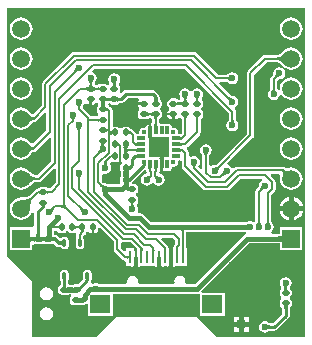
<source format=gbl>
G04*
G04 #@! TF.GenerationSoftware,Altium Limited,Altium Designer,19.1.9 (167)*
G04*
G04 Layer_Physical_Order=2*
G04 Layer_Color=16711680*
%FSLAX24Y24*%
%MOIN*%
G70*
G01*
G75*
%ADD10C,0.0059*%
%ADD11C,0.0079*%
%ADD12C,0.0098*%
G04:AMPARAMS|DCode=30|XSize=23.6mil|YSize=17.7mil|CornerRadius=4.4mil|HoleSize=0mil|Usage=FLASHONLY|Rotation=0.000|XOffset=0mil|YOffset=0mil|HoleType=Round|Shape=RoundedRectangle|*
%AMROUNDEDRECTD30*
21,1,0.0236,0.0089,0,0,0.0*
21,1,0.0148,0.0177,0,0,0.0*
1,1,0.0089,0.0074,-0.0044*
1,1,0.0089,-0.0074,-0.0044*
1,1,0.0089,-0.0074,0.0044*
1,1,0.0089,0.0074,0.0044*
%
%ADD30ROUNDEDRECTD30*%
%ADD31R,0.0315X0.0315*%
%ADD40C,0.0157*%
%ADD41C,0.0039*%
%ADD42C,0.0591*%
%ADD43R,0.0591X0.0591*%
%ADD44C,0.0236*%
G04:AMPARAMS|DCode=45|XSize=23.6mil|YSize=17.7mil|CornerRadius=4.4mil|HoleSize=0mil|Usage=FLASHONLY|Rotation=270.000|XOffset=0mil|YOffset=0mil|HoleType=Round|Shape=RoundedRectangle|*
%AMROUNDEDRECTD45*
21,1,0.0236,0.0089,0,0,270.0*
21,1,0.0148,0.0177,0,0,270.0*
1,1,0.0089,-0.0044,-0.0074*
1,1,0.0089,-0.0044,0.0074*
1,1,0.0089,0.0044,0.0074*
1,1,0.0089,0.0044,-0.0074*
%
%ADD45ROUNDEDRECTD45*%
%ADD46R,0.0709X0.0709*%
G04:AMPARAMS|DCode=47|XSize=11.8mil|YSize=27.6mil|CornerRadius=3mil|HoleSize=0mil|Usage=FLASHONLY|Rotation=90.000|XOffset=0mil|YOffset=0mil|HoleType=Round|Shape=RoundedRectangle|*
%AMROUNDEDRECTD47*
21,1,0.0118,0.0217,0,0,90.0*
21,1,0.0059,0.0276,0,0,90.0*
1,1,0.0059,0.0108,0.0030*
1,1,0.0059,0.0108,-0.0030*
1,1,0.0059,-0.0108,-0.0030*
1,1,0.0059,-0.0108,0.0030*
%
%ADD47ROUNDEDRECTD47*%
G04:AMPARAMS|DCode=48|XSize=13.8mil|YSize=13.8mil|CornerRadius=3.4mil|HoleSize=0mil|Usage=FLASHONLY|Rotation=90.000|XOffset=0mil|YOffset=0mil|HoleType=Round|Shape=RoundedRectangle|*
%AMROUNDEDRECTD48*
21,1,0.0138,0.0069,0,0,90.0*
21,1,0.0069,0.0138,0,0,90.0*
1,1,0.0069,0.0034,0.0034*
1,1,0.0069,0.0034,-0.0034*
1,1,0.0069,-0.0034,-0.0034*
1,1,0.0069,-0.0034,0.0034*
%
%ADD48ROUNDEDRECTD48*%
G04:AMPARAMS|DCode=49|XSize=11.8mil|YSize=27.6mil|CornerRadius=3mil|HoleSize=0mil|Usage=FLASHONLY|Rotation=0.000|XOffset=0mil|YOffset=0mil|HoleType=Round|Shape=RoundedRectangle|*
%AMROUNDEDRECTD49*
21,1,0.0118,0.0217,0,0,0.0*
21,1,0.0059,0.0276,0,0,0.0*
1,1,0.0059,0.0030,-0.0108*
1,1,0.0059,-0.0030,-0.0108*
1,1,0.0059,-0.0030,0.0108*
1,1,0.0059,0.0030,0.0108*
%
%ADD49ROUNDEDRECTD49*%
G04:AMPARAMS|DCode=50|XSize=13.8mil|YSize=13.8mil|CornerRadius=3.4mil|HoleSize=0mil|Usage=FLASHONLY|Rotation=0.000|XOffset=0mil|YOffset=0mil|HoleType=Round|Shape=RoundedRectangle|*
%AMROUNDEDRECTD50*
21,1,0.0138,0.0069,0,0,0.0*
21,1,0.0069,0.0138,0,0,0.0*
1,1,0.0069,0.0034,-0.0034*
1,1,0.0069,-0.0034,-0.0034*
1,1,0.0069,-0.0034,0.0034*
1,1,0.0069,0.0034,0.0034*
%
%ADD50ROUNDEDRECTD50*%
%ADD51R,0.0325X0.0091*%
%ADD52R,0.0689X0.0591*%
G04:AMPARAMS|DCode=53|XSize=12.2mil|YSize=23.6mil|CornerRadius=3.1mil|HoleSize=0mil|Usage=FLASHONLY|Rotation=180.000|XOffset=0mil|YOffset=0mil|HoleType=Round|Shape=RoundedRectangle|*
%AMROUNDEDRECTD53*
21,1,0.0122,0.0175,0,0,180.0*
21,1,0.0061,0.0236,0,0,180.0*
1,1,0.0061,-0.0031,0.0088*
1,1,0.0061,0.0031,0.0088*
1,1,0.0061,0.0031,-0.0088*
1,1,0.0061,-0.0031,-0.0088*
%
%ADD53ROUNDEDRECTD53*%
%ADD54R,0.0098X0.0433*%
%ADD55R,0.0669X0.0591*%
%ADD56C,0.0118*%
G36*
X9998Y80D02*
X7041D01*
X6395Y726D01*
X6395Y726D01*
X6369Y743D01*
X6339Y750D01*
X3740D01*
X3709Y743D01*
X3683Y726D01*
X3038Y80D01*
X907D01*
Y1870D01*
X901Y1901D01*
X884Y1927D01*
X80Y2730D01*
Y11024D01*
X3360Y11024D01*
X8366D01*
Y11024D01*
X9998Y11024D01*
Y80D01*
D02*
G37*
%LPC*%
G36*
X9539Y10732D02*
X9442Y10719D01*
X9351Y10681D01*
X9273Y10621D01*
X9213Y10543D01*
X9175Y10452D01*
X9162Y10354D01*
X9175Y10257D01*
X9213Y10166D01*
X9273Y10088D01*
X9351Y10028D01*
X9442Y9990D01*
X9539Y9977D01*
X9637Y9990D01*
X9728Y10028D01*
X9806Y10088D01*
X9866Y10166D01*
X9904Y10257D01*
X9917Y10354D01*
X9904Y10452D01*
X9866Y10543D01*
X9806Y10621D01*
X9728Y10681D01*
X9637Y10719D01*
X9539Y10732D01*
D02*
G37*
G36*
X539D02*
X442Y10719D01*
X351Y10681D01*
X273Y10621D01*
X213Y10543D01*
X175Y10452D01*
X162Y10354D01*
X175Y10257D01*
X213Y10166D01*
X273Y10088D01*
X351Y10028D01*
X442Y9990D01*
X539Y9977D01*
X637Y9990D01*
X728Y10028D01*
X806Y10088D01*
X866Y10166D01*
X904Y10257D01*
X917Y10354D01*
X904Y10452D01*
X866Y10543D01*
X806Y10621D01*
X728Y10681D01*
X637Y10719D01*
X539Y10732D01*
D02*
G37*
G36*
X9539Y9732D02*
X9442Y9719D01*
X9351Y9681D01*
X9273Y9621D01*
X9265Y9611D01*
X9241Y9588D01*
X9185Y9537D01*
X9161Y9519D01*
X9138Y9503D01*
X9118Y9491D01*
X9101Y9483D01*
X9087Y9477D01*
X9076Y9475D01*
X9075Y9475D01*
X8665D01*
X8665Y9475D01*
X8619Y9466D01*
X8580Y9439D01*
X8084Y8943D01*
X8058Y8904D01*
X8049Y8858D01*
X8049Y8858D01*
Y6841D01*
X7026Y5818D01*
X7023Y5816D01*
X7019Y5814D01*
X7016Y5813D01*
X7012Y5811D01*
X7007Y5810D01*
X7002Y5809D01*
X6998Y5809D01*
X6988Y5811D01*
X6911Y5796D01*
X6872Y5770D01*
X6813Y5801D01*
Y6126D01*
X6814Y6129D01*
X6815Y6133D01*
X6817Y6137D01*
X6818Y6140D01*
X6821Y6144D01*
X6824Y6148D01*
X6826Y6152D01*
X6835Y6157D01*
X6878Y6222D01*
X6894Y6299D01*
X6878Y6376D01*
X6835Y6441D01*
X6770Y6485D01*
X6693Y6500D01*
X6616Y6485D01*
X6551Y6441D01*
X6507Y6376D01*
X6492Y6299D01*
X6507Y6222D01*
X6551Y6157D01*
X6559Y6152D01*
X6562Y6148D01*
X6565Y6144D01*
X6567Y6140D01*
X6569Y6137D01*
X6571Y6133D01*
X6572Y6129D01*
X6572Y6126D01*
Y5683D01*
X6518Y5660D01*
X6468Y5710D01*
X6441Y5764D01*
X6485Y5829D01*
X6500Y5906D01*
X6485Y5982D01*
X6441Y6047D01*
X6376Y6091D01*
X6299Y6106D01*
X6222Y6091D01*
X6183Y6065D01*
X6124Y6096D01*
Y6201D01*
X6124Y6201D01*
X6115Y6247D01*
X6089Y6286D01*
X6050Y6325D01*
X6050Y6342D01*
X6064Y6394D01*
X6089Y6411D01*
X6483Y6805D01*
X6509Y6844D01*
X6518Y6890D01*
Y7340D01*
X6519Y7340D01*
X6560Y7367D01*
X6587Y7408D01*
X6597Y7456D01*
Y7544D01*
X6587Y7592D01*
X6560Y7633D01*
X6544Y7643D01*
Y7711D01*
X6560Y7721D01*
X6587Y7762D01*
X6597Y7810D01*
Y7899D01*
X6587Y7947D01*
X6560Y7987D01*
X6560Y8058D01*
X6583Y8092D01*
X6598Y8169D01*
X6583Y8246D01*
X6540Y8311D01*
X6474Y8355D01*
X6398Y8370D01*
X6321Y8355D01*
X6256Y8311D01*
X6236Y8282D01*
X6165D01*
X6146Y8311D01*
X6081Y8355D01*
X6004Y8370D01*
X5927Y8355D01*
X5862Y8311D01*
X5819Y8246D01*
X5803Y8169D01*
X5819Y8092D01*
X5841Y8058D01*
X5845Y8045D01*
X5842Y7993D01*
X5837Y7984D01*
X5783Y7979D01*
X5778Y7979D01*
X5773Y7987D01*
X5756Y7998D01*
X5755Y7999D01*
X5755Y7999D01*
X5732Y8015D01*
X5684Y8024D01*
X5536D01*
X5488Y8015D01*
X5448Y7987D01*
X5421Y7947D01*
X5411Y7899D01*
Y7810D01*
X5421Y7762D01*
X5448Y7721D01*
X5463Y7711D01*
Y7643D01*
X5448Y7633D01*
X5421Y7592D01*
X5411Y7544D01*
Y7539D01*
X5610D01*
Y7500D01*
X5650D01*
Y7330D01*
X5684D01*
X5732Y7340D01*
X5773Y7367D01*
X5836D01*
X5884Y7326D01*
Y6864D01*
X5883Y6863D01*
X5870Y6852D01*
X5831Y6826D01*
X5821Y6828D01*
X5819Y6829D01*
X5818Y6829D01*
X5815Y6829D01*
X5760Y6855D01*
Y6924D01*
X5751Y6968D01*
X5726Y7006D01*
X5689Y7031D01*
X5645Y7040D01*
X5576D01*
X5550Y7095D01*
X5545Y7119D01*
X5521Y7155D01*
X5485Y7179D01*
X5443Y7187D01*
X5384D01*
X5342Y7179D01*
X5315Y7161D01*
X5288Y7179D01*
X5246Y7187D01*
X5187D01*
X5140Y7238D01*
Y7340D01*
X5142Y7340D01*
X5182Y7367D01*
X5209Y7408D01*
X5219Y7456D01*
Y7544D01*
X5209Y7592D01*
X5182Y7633D01*
X5166Y7643D01*
Y7711D01*
X5182Y7721D01*
X5209Y7762D01*
X5219Y7810D01*
Y7899D01*
X5209Y7947D01*
X5182Y7987D01*
X5151Y8008D01*
X5151Y8011D01*
X5150Y8018D01*
Y8071D01*
X5140Y8121D01*
X5112Y8163D01*
X5014Y8262D01*
X4971Y8290D01*
X4921Y8300D01*
X4035D01*
X3986Y8290D01*
X3943Y8262D01*
X3848Y8166D01*
X3840Y8169D01*
X3837Y8173D01*
X3822Y8240D01*
X3831Y8254D01*
X3841Y8302D01*
Y8391D01*
X3831Y8439D01*
X3804Y8479D01*
X3804Y8550D01*
X3827Y8585D01*
X3842Y8661D01*
X3827Y8738D01*
X3784Y8803D01*
X3719Y8847D01*
X3642Y8862D01*
X3565Y8847D01*
X3500Y8803D01*
X3456Y8738D01*
X3441Y8661D01*
X3456Y8585D01*
X3480Y8550D01*
X3479Y8480D01*
X3479Y8479D01*
X3411D01*
X3370Y8507D01*
X3322Y8516D01*
X3174D01*
X3126Y8507D01*
X3104Y8492D01*
X3103Y8491D01*
X3102Y8490D01*
X3086Y8479D01*
X3080Y8471D01*
X3080Y8471D01*
X3051Y8471D01*
X3022Y8471D01*
X3022Y8471D01*
X3017Y8479D01*
X3000Y8490D01*
X2999Y8491D01*
X2997Y8499D01*
X2992Y8519D01*
X2992Y8522D01*
X2995Y8557D01*
X2996Y8559D01*
X2996Y8559D01*
X3040Y8624D01*
X3055Y8701D01*
X3040Y8778D01*
X2996Y8843D01*
X2936Y8883D01*
X2927Y8896D01*
X2913Y8943D01*
X2983Y9013D01*
X5974D01*
X7458Y7529D01*
Y7299D01*
X7458Y7296D01*
X7456Y7292D01*
X7455Y7289D01*
X7453Y7285D01*
X7451Y7281D01*
X7448Y7277D01*
X7445Y7274D01*
X7437Y7268D01*
X7393Y7203D01*
X7378Y7126D01*
X7393Y7049D01*
X7437Y6984D01*
X7502Y6941D01*
X7579Y6925D01*
X7656Y6941D01*
X7721Y6984D01*
X7764Y7049D01*
X7779Y7126D01*
X7764Y7203D01*
X7721Y7268D01*
X7712Y7274D01*
X7710Y7277D01*
X7707Y7281D01*
X7704Y7285D01*
X7702Y7289D01*
X7701Y7292D01*
X7700Y7296D01*
X7699Y7299D01*
Y7579D01*
X7699Y7579D01*
X7690Y7625D01*
X7664Y7664D01*
X7655Y7672D01*
X7672Y7739D01*
X7721Y7771D01*
X7764Y7837D01*
X7779Y7913D01*
X7764Y7990D01*
X7721Y8055D01*
X7656Y8099D01*
X7579Y8114D01*
X7569Y8112D01*
X7565Y8112D01*
X7560Y8113D01*
X7555Y8114D01*
X7551Y8116D01*
X7548Y8117D01*
X7544Y8119D01*
X7541Y8121D01*
X7137Y8526D01*
X7159Y8580D01*
X7405D01*
X7409Y8580D01*
X7413Y8579D01*
X7416Y8577D01*
X7420Y8575D01*
X7424Y8573D01*
X7428Y8570D01*
X7431Y8567D01*
X7437Y8559D01*
X7502Y8515D01*
X7579Y8500D01*
X7656Y8515D01*
X7721Y8559D01*
X7764Y8624D01*
X7779Y8701D01*
X7764Y8778D01*
X7721Y8843D01*
X7656Y8886D01*
X7579Y8901D01*
X7502Y8886D01*
X7437Y8843D01*
X7431Y8834D01*
X7428Y8832D01*
X7424Y8829D01*
X7420Y8826D01*
X7416Y8824D01*
X7413Y8823D01*
X7409Y8822D01*
X7405Y8821D01*
X7097D01*
X6384Y9534D01*
X6345Y9560D01*
X6299Y9569D01*
X6299Y9569D01*
X2283D01*
X2283Y9569D01*
X2237Y9560D01*
X2198Y9534D01*
X2198Y9534D01*
X1253Y8589D01*
X1227Y8550D01*
X1218Y8504D01*
X1218Y8504D01*
Y7786D01*
X947Y7514D01*
X924Y7513D01*
X880Y7521D01*
X874Y7526D01*
X871Y7532D01*
X866Y7543D01*
X806Y7621D01*
X728Y7681D01*
X637Y7719D01*
X539Y7732D01*
X442Y7719D01*
X351Y7681D01*
X273Y7621D01*
X213Y7543D01*
X175Y7452D01*
X162Y7354D01*
X175Y7257D01*
X213Y7166D01*
X273Y7088D01*
X351Y7028D01*
X442Y6990D01*
X539Y6977D01*
X637Y6990D01*
X728Y7028D01*
X806Y7088D01*
X866Y7166D01*
X871Y7177D01*
X877Y7187D01*
X885Y7199D01*
X894Y7208D01*
X902Y7216D01*
X910Y7222D01*
X918Y7226D01*
X926Y7230D01*
X935Y7232D01*
X945Y7234D01*
X957D01*
X957Y7234D01*
X1003Y7243D01*
X1042Y7269D01*
X1321Y7548D01*
X1376Y7526D01*
Y6959D01*
X941Y6525D01*
X938Y6523D01*
X934Y6521D01*
X917Y6520D01*
X869Y6536D01*
X866Y6543D01*
X806Y6621D01*
X728Y6681D01*
X637Y6719D01*
X539Y6732D01*
X442Y6719D01*
X351Y6681D01*
X273Y6621D01*
X213Y6543D01*
X175Y6452D01*
X162Y6354D01*
X175Y6257D01*
X213Y6166D01*
X273Y6088D01*
X351Y6028D01*
X442Y5990D01*
X539Y5977D01*
X637Y5990D01*
X728Y6028D01*
X806Y6088D01*
X866Y6166D01*
X876Y6190D01*
X879Y6193D01*
X885Y6206D01*
X890Y6213D01*
X894Y6218D01*
X899Y6223D01*
X903Y6226D01*
X908Y6229D01*
X914Y6231D01*
X921Y6233D01*
X929Y6234D01*
X941D01*
X941Y6234D01*
X987Y6243D01*
X1026Y6269D01*
X1479Y6722D01*
X1533Y6699D01*
Y5936D01*
X1072Y5475D01*
X1004D01*
X1002Y5475D01*
X992Y5477D01*
X978Y5483D01*
X961Y5491D01*
X940Y5503D01*
X918Y5519D01*
X894Y5537D01*
X837Y5588D01*
X814Y5611D01*
X806Y5621D01*
X728Y5681D01*
X637Y5719D01*
X539Y5732D01*
X442Y5719D01*
X351Y5681D01*
X273Y5621D01*
X213Y5543D01*
X175Y5452D01*
X162Y5354D01*
X175Y5257D01*
X213Y5166D01*
X273Y5088D01*
X351Y5028D01*
X442Y4990D01*
X539Y4977D01*
X637Y4990D01*
X728Y5028D01*
X806Y5088D01*
X814Y5098D01*
X837Y5121D01*
X894Y5171D01*
X918Y5190D01*
X940Y5206D01*
X961Y5218D01*
X978Y5226D01*
X992Y5231D01*
X1002Y5234D01*
X1004Y5234D01*
X1122D01*
X1122Y5234D01*
X1168Y5243D01*
X1207Y5269D01*
X1636Y5698D01*
X1691Y5675D01*
Y5207D01*
X1506Y5023D01*
X1448Y5026D01*
X1448Y5026D01*
X1442Y5035D01*
X1426Y5046D01*
X1425Y5046D01*
X1424Y5047D01*
X1401Y5062D01*
X1353Y5071D01*
X1206D01*
X1158Y5062D01*
X1117Y5035D01*
X1109Y5023D01*
X1104Y5022D01*
X1087D01*
X1041Y5013D01*
X1001Y4987D01*
X1001Y4987D01*
X782Y4768D01*
X781Y4767D01*
X772Y4761D01*
X759Y4755D01*
X741Y4749D01*
X718Y4743D01*
X691Y4738D01*
X661Y4734D01*
X585Y4730D01*
X552Y4730D01*
X539Y4732D01*
X442Y4719D01*
X351Y4681D01*
X273Y4621D01*
X213Y4543D01*
X175Y4452D01*
X162Y4354D01*
X175Y4257D01*
X213Y4166D01*
X273Y4088D01*
X351Y4028D01*
X442Y3990D01*
X539Y3977D01*
X637Y3990D01*
X728Y4028D01*
X806Y4088D01*
X866Y4166D01*
X893Y4231D01*
X952Y4219D01*
Y3771D01*
X913Y3728D01*
X165D01*
Y2980D01*
X913D01*
Y3124D01*
X915Y3129D01*
X917Y3133D01*
X919Y3136D01*
X972Y3164D01*
X980Y3163D01*
X981Y3162D01*
X982Y3162D01*
X1009Y3157D01*
X1156D01*
X1183Y3162D01*
X1184Y3162D01*
X1186Y3163D01*
X1204Y3167D01*
X1213Y3172D01*
X1214Y3173D01*
X1219Y3175D01*
X1221Y3177D01*
X1225Y3178D01*
X1244Y3182D01*
X1252Y3184D01*
X1284Y3186D01*
X1292Y3185D01*
X1317Y3182D01*
X1326Y3180D01*
X1333Y3178D01*
X1338Y3177D01*
X1340Y3175D01*
X1345Y3173D01*
X1346Y3172D01*
X1355Y3167D01*
X1373Y3163D01*
X1375Y3162D01*
X1376Y3162D01*
X1403Y3157D01*
X1550D01*
X1598Y3167D01*
X1620Y3181D01*
X1692Y3109D01*
X1738Y3079D01*
X1791Y3068D01*
X1822D01*
X1825Y3068D01*
X1835Y3066D01*
X1843Y3064D01*
X1849Y3062D01*
X1853Y3060D01*
X1856Y3059D01*
X1858Y3057D01*
X1859Y3056D01*
X1863Y3051D01*
X1864Y3051D01*
X1869Y3042D01*
X1886Y3031D01*
X1887Y3030D01*
X1887Y3030D01*
X1905Y3018D01*
X1948Y3010D01*
X2009D01*
X2051Y3018D01*
X2088Y3042D01*
X2112Y3078D01*
X2120Y3121D01*
Y3296D01*
X2112Y3339D01*
X2088Y3375D01*
X2051Y3399D01*
X2009Y3408D01*
X1948D01*
X1905Y3399D01*
X1887Y3387D01*
X1887Y3387D01*
X1886Y3386D01*
X1869Y3375D01*
X1817Y3386D01*
X1810Y3389D01*
X1773Y3426D01*
X1727Y3457D01*
X1673Y3467D01*
X1645D01*
X1643Y3476D01*
X1641Y3489D01*
X1637Y3535D01*
Y3618D01*
X1666Y3620D01*
X1729D01*
X1730Y3618D01*
X1757Y3578D01*
X1797Y3550D01*
X1845Y3541D01*
X1934D01*
X1982Y3550D01*
X2023Y3578D01*
X2033Y3593D01*
X2101D01*
X2111Y3578D01*
X2152Y3550D01*
X2200Y3541D01*
X2288D01*
X2329Y3549D01*
X2344Y3541D01*
X2350Y3535D01*
X2376Y3506D01*
X2370Y3474D01*
X2370Y3474D01*
Y3382D01*
X2368Y3366D01*
X2367Y3361D01*
X2366Y3357D01*
X2365Y3353D01*
X2365Y3352D01*
X2365Y3351D01*
X2363Y3349D01*
X2363Y3348D01*
X2357Y3339D01*
X2353Y3321D01*
X2353Y3319D01*
X2353Y3318D01*
X2348Y3296D01*
Y3121D01*
X2357Y3078D01*
X2381Y3042D01*
X2417Y3018D01*
X2460Y3010D01*
X2521D01*
X2563Y3018D01*
X2599Y3042D01*
X2624Y3078D01*
X2632Y3121D01*
Y3296D01*
X2628Y3318D01*
X2628Y3319D01*
X2627Y3321D01*
X2624Y3339D01*
X2618Y3348D01*
X2617Y3349D01*
X2616Y3351D01*
X2616Y3352D01*
X2615Y3353D01*
X2614Y3357D01*
X2613Y3361D01*
X2612Y3366D01*
X2611Y3386D01*
Y3425D01*
X2664Y3478D01*
X2690Y3517D01*
X2699Y3563D01*
X2735Y3587D01*
X2800Y3578D01*
X2800Y3578D01*
X2841Y3550D01*
X2889Y3541D01*
X2894D01*
Y3740D01*
X2972D01*
Y3541D01*
X2977D01*
X3025Y3550D01*
X3066Y3578D01*
X3093Y3618D01*
X3103Y3666D01*
Y3697D01*
X3157Y3720D01*
X3620Y3257D01*
Y2992D01*
X3620Y2992D01*
X3629Y2946D01*
X3655Y2907D01*
X3911Y2651D01*
X3911Y2651D01*
X3950Y2625D01*
X3996Y2616D01*
X4026Y2570D01*
Y2441D01*
X4203D01*
Y2421D01*
X4272D01*
Y2441D01*
X4282D01*
Y2736D01*
X4419D01*
Y2441D01*
X4429D01*
Y2421D01*
X4498D01*
Y2441D01*
X4990D01*
Y2421D01*
X5059D01*
Y2441D01*
X5069D01*
Y2736D01*
X5207D01*
Y2441D01*
X5217D01*
Y2421D01*
X5285D01*
Y2441D01*
X5384D01*
Y2421D01*
X5453D01*
Y2441D01*
X5463D01*
Y2736D01*
Y2946D01*
X5463Y2947D01*
X5463Y2949D01*
Y2950D01*
X5463Y2952D01*
X5463Y2953D01*
Y3032D01*
X5455D01*
X5453Y3043D01*
X5460Y3051D01*
X5451D01*
X5446Y3078D01*
X5420Y3117D01*
X5207Y3329D01*
X5230Y3384D01*
X5580D01*
X5667Y3297D01*
Y3180D01*
X5643Y3156D01*
X5617Y3117D01*
X5608Y3071D01*
X5556Y3051D01*
X5608D01*
Y3032D01*
X5600D01*
Y2953D01*
X5600Y2952D01*
X5600Y2950D01*
Y2949D01*
X5600Y2947D01*
X5600Y2946D01*
Y2736D01*
Y2441D01*
X5610D01*
Y2421D01*
X5679D01*
Y2441D01*
X6053D01*
Y2946D01*
X6053Y2947D01*
X6053Y2949D01*
Y2950D01*
X6053Y2952D01*
X6053Y2953D01*
Y3031D01*
X6046D01*
Y3560D01*
X6046Y3580D01*
X8007D01*
X8020Y3563D01*
X8019Y3547D01*
X8002Y3493D01*
X7965Y3468D01*
X7965Y3468D01*
X6331Y1834D01*
X6042D01*
X6000Y1893D01*
X6007Y1929D01*
X5994Y1998D01*
X5954Y2057D01*
X5896Y2096D01*
X5827Y2110D01*
X5758Y2096D01*
X5699Y2057D01*
X5660Y1998D01*
X5646Y1929D01*
X5653Y1893D01*
X5612Y1834D01*
X4467D01*
X4425Y1893D01*
X4433Y1929D01*
X4419Y1998D01*
X4380Y2057D01*
X4321Y2096D01*
X4252Y2110D01*
X4183Y2096D01*
X4124Y2057D01*
X4085Y1998D01*
X4071Y1929D01*
X4079Y1893D01*
X4037Y1834D01*
X3146D01*
X3108Y1859D01*
X3031Y1874D01*
X2955Y1859D01*
X2941Y1849D01*
X2901Y1857D01*
X2867Y1909D01*
X2877Y1959D01*
Y1972D01*
X2879Y1976D01*
X2888Y2019D01*
Y2194D01*
X2879Y2237D01*
X2855Y2273D01*
X2819Y2297D01*
X2777Y2305D01*
X2716D01*
X2673Y2297D01*
X2637Y2273D01*
X2613Y2237D01*
X2604Y2194D01*
Y2019D01*
X2607Y2004D01*
X2449Y1846D01*
X2432Y1830D01*
X2424Y1824D01*
X2288D01*
X2264Y1819D01*
X2165Y1816D01*
X2109Y1858D01*
Y1940D01*
X2109Y1957D01*
X2111Y1974D01*
X2112Y1976D01*
X2120Y2019D01*
Y2194D01*
X2112Y2237D01*
X2088Y2273D01*
X2051Y2297D01*
X2009Y2305D01*
X1948D01*
X1905Y2297D01*
X1869Y2273D01*
X1845Y2237D01*
X1836Y2194D01*
Y2019D01*
X1844Y1979D01*
X1848Y1926D01*
Y1818D01*
X1848Y1814D01*
X1847Y1814D01*
X1806Y1787D01*
X1779Y1746D01*
X1769Y1698D01*
Y1609D01*
X1779Y1561D01*
X1806Y1521D01*
X1847Y1493D01*
X1895Y1484D01*
X2042D01*
X2066Y1489D01*
X2186Y1494D01*
X2192Y1488D01*
X2200Y1431D01*
X2172Y1391D01*
X2163Y1343D01*
Y1254D01*
X2172Y1206D01*
X2200Y1165D01*
X2240Y1138D01*
X2288Y1129D01*
X2436D01*
X2482Y1138D01*
X2578D01*
X2578Y1138D01*
X2639Y1150D01*
X2691Y1185D01*
X2701Y1195D01*
X2756Y1172D01*
Y787D01*
X3583D01*
Y1513D01*
X6398D01*
X6398Y1513D01*
X6437Y1520D01*
X6479Y1498D01*
X6483Y1494D01*
X6496Y1479D01*
Y787D01*
X7323D01*
Y1535D01*
X6570D01*
X6546Y1594D01*
X8145Y3194D01*
X9123D01*
X9135Y3193D01*
X9152Y3190D01*
X9164Y3187D01*
X9165Y3186D01*
Y2980D01*
X9913D01*
Y3728D01*
X9165D01*
Y3523D01*
X9164Y3522D01*
X9152Y3519D01*
X9135Y3516D01*
X9123Y3515D01*
X8883D01*
X8865Y3574D01*
X8902Y3598D01*
X8945Y3663D01*
X8961Y3740D01*
X8945Y3817D01*
X8902Y3882D01*
X8893Y3888D01*
X8891Y3891D01*
X8888Y3895D01*
X8885Y3899D01*
X8884Y3903D01*
X8882Y3906D01*
X8881Y3910D01*
X8880Y3914D01*
Y4812D01*
X8983Y4915D01*
X8983Y4915D01*
X9009Y4954D01*
X9018Y5000D01*
X9018Y5000D01*
Y5236D01*
X9018Y5236D01*
X9009Y5282D01*
X8983Y5321D01*
X8983Y5321D01*
X8849Y5455D01*
X8872Y5509D01*
X9135D01*
X9175Y5452D01*
X9175Y5450D01*
X9162Y5354D01*
X9175Y5257D01*
X9213Y5166D01*
X9273Y5088D01*
X9351Y5028D01*
X9442Y4990D01*
X9539Y4977D01*
X9637Y4990D01*
X9728Y5028D01*
X9806Y5088D01*
X9866Y5166D01*
X9904Y5257D01*
X9917Y5354D01*
X9904Y5452D01*
X9866Y5543D01*
X9806Y5621D01*
X9728Y5681D01*
X9637Y5719D01*
X9539Y5732D01*
X9442Y5719D01*
X9402Y5702D01*
X9396Y5701D01*
X9387Y5698D01*
X9383Y5697D01*
X9379Y5697D01*
X9377Y5697D01*
X9374Y5697D01*
X9371Y5698D01*
X9367Y5700D01*
X9362Y5703D01*
X9357Y5707D01*
X9349Y5715D01*
X9310Y5741D01*
X9264Y5750D01*
X9264Y5750D01*
X7717D01*
X7670Y5741D01*
X7631Y5715D01*
X7631Y5715D01*
X7620Y5703D01*
X7548Y5716D01*
X7524Y5752D01*
X7459Y5796D01*
X7433Y5801D01*
X7413Y5865D01*
X8254Y6706D01*
X8254Y6706D01*
X8281Y6745D01*
X8290Y6791D01*
Y8808D01*
X8715Y9234D01*
X9075D01*
X9076Y9234D01*
X9087Y9231D01*
X9101Y9226D01*
X9118Y9218D01*
X9138Y9206D01*
X9161Y9190D01*
X9185Y9171D01*
X9241Y9121D01*
X9265Y9098D01*
X9273Y9088D01*
X9351Y9028D01*
X9442Y8990D01*
X9539Y8977D01*
X9637Y8990D01*
X9728Y9028D01*
X9806Y9088D01*
X9866Y9166D01*
X9904Y9257D01*
X9917Y9354D01*
X9904Y9452D01*
X9866Y9543D01*
X9806Y9621D01*
X9728Y9681D01*
X9637Y9719D01*
X9539Y9732D01*
D02*
G37*
G36*
X539D02*
X442Y9719D01*
X351Y9681D01*
X273Y9621D01*
X213Y9543D01*
X175Y9452D01*
X162Y9354D01*
X175Y9257D01*
X213Y9166D01*
X273Y9088D01*
X351Y9028D01*
X442Y8990D01*
X539Y8977D01*
X637Y8990D01*
X728Y9028D01*
X806Y9088D01*
X866Y9166D01*
X904Y9257D01*
X917Y9354D01*
X904Y9452D01*
X866Y9543D01*
X806Y9621D01*
X728Y9681D01*
X637Y9719D01*
X539Y9732D01*
D02*
G37*
G36*
X9146Y9059D02*
X9069Y9044D01*
X9004Y9000D01*
X8960Y8935D01*
X8945Y8858D01*
X8947Y8848D01*
X8947Y8844D01*
X8946Y8839D01*
X8945Y8835D01*
X8943Y8831D01*
X8942Y8827D01*
X8940Y8824D01*
X8938Y8821D01*
X8872Y8754D01*
X8845Y8715D01*
X8836Y8669D01*
X8836Y8669D01*
Y8343D01*
X8836Y8339D01*
X8834Y8335D01*
X8833Y8332D01*
X8831Y8328D01*
X8829Y8324D01*
X8826Y8320D01*
X8823Y8317D01*
X8815Y8311D01*
X8771Y8246D01*
X8756Y8169D01*
X8771Y8092D01*
X8815Y8027D01*
X8880Y7984D01*
X8957Y7969D01*
X9033Y7984D01*
X9099Y8027D01*
X9142Y8092D01*
X9154Y8153D01*
X9205Y8164D01*
X9214Y8164D01*
X9273Y8088D01*
X9351Y8028D01*
X9442Y7990D01*
X9539Y7977D01*
X9637Y7990D01*
X9728Y8028D01*
X9806Y8088D01*
X9866Y8166D01*
X9904Y8257D01*
X9917Y8354D01*
X9904Y8452D01*
X9866Y8543D01*
X9806Y8621D01*
X9728Y8681D01*
X9637Y8719D01*
X9539Y8732D01*
X9442Y8719D01*
X9351Y8681D01*
X9273Y8621D01*
X9213Y8543D01*
X9175Y8452D01*
X9162Y8354D01*
X9167Y8315D01*
X9116Y8295D01*
X9078Y8338D01*
X9078Y8339D01*
X9077Y8343D01*
Y8619D01*
X9108Y8650D01*
X9111Y8653D01*
X9115Y8654D01*
X9118Y8656D01*
X9122Y8657D01*
X9127Y8658D01*
X9132Y8659D01*
X9136Y8660D01*
X9146Y8658D01*
X9222Y8673D01*
X9288Y8716D01*
X9331Y8781D01*
X9346Y8858D01*
X9331Y8935D01*
X9288Y9000D01*
X9222Y9044D01*
X9146Y9059D01*
D02*
G37*
G36*
X539Y8732D02*
X442Y8719D01*
X351Y8681D01*
X273Y8621D01*
X213Y8543D01*
X175Y8452D01*
X162Y8354D01*
X175Y8257D01*
X213Y8166D01*
X273Y8088D01*
X351Y8028D01*
X442Y7990D01*
X539Y7977D01*
X637Y7990D01*
X728Y8028D01*
X806Y8088D01*
X866Y8166D01*
X904Y8257D01*
X917Y8354D01*
X904Y8452D01*
X866Y8543D01*
X806Y8621D01*
X728Y8681D01*
X637Y8719D01*
X539Y8732D01*
D02*
G37*
G36*
X5571Y7461D02*
X5411D01*
Y7456D01*
X5421Y7408D01*
X5448Y7367D01*
X5488Y7340D01*
X5536Y7330D01*
X5571D01*
Y7461D01*
D02*
G37*
G36*
X9539Y7732D02*
X9442Y7719D01*
X9351Y7681D01*
X9273Y7621D01*
X9213Y7543D01*
X9175Y7452D01*
X9162Y7354D01*
X9175Y7257D01*
X9213Y7166D01*
X9273Y7088D01*
X9351Y7028D01*
X9442Y6990D01*
X9539Y6977D01*
X9637Y6990D01*
X9728Y7028D01*
X9806Y7088D01*
X9866Y7166D01*
X9904Y7257D01*
X9917Y7354D01*
X9904Y7452D01*
X9866Y7543D01*
X9806Y7621D01*
X9728Y7681D01*
X9637Y7719D01*
X9539Y7732D01*
D02*
G37*
G36*
Y6732D02*
X9442Y6719D01*
X9351Y6681D01*
X9273Y6621D01*
X9213Y6543D01*
X9175Y6452D01*
X9162Y6354D01*
X9175Y6257D01*
X9213Y6166D01*
X9273Y6088D01*
X9351Y6028D01*
X9442Y5990D01*
X9539Y5977D01*
X9637Y5990D01*
X9728Y6028D01*
X9806Y6088D01*
X9866Y6166D01*
X9904Y6257D01*
X9917Y6354D01*
X9904Y6452D01*
X9866Y6543D01*
X9806Y6621D01*
X9728Y6681D01*
X9637Y6719D01*
X9539Y6732D01*
D02*
G37*
G36*
X9618Y4741D02*
Y4433D01*
X9926D01*
X9923Y4457D01*
X9883Y4553D01*
X9820Y4635D01*
X9738Y4698D01*
X9642Y4738D01*
X9618Y4741D01*
D02*
G37*
G36*
X9461Y4741D02*
X9437Y4738D01*
X9341Y4698D01*
X9259Y4635D01*
X9195Y4553D01*
X9156Y4457D01*
X9153Y4433D01*
X9461D01*
Y4741D01*
D02*
G37*
G36*
X9926Y4276D02*
X9618D01*
Y3968D01*
X9642Y3971D01*
X9738Y4010D01*
X9820Y4074D01*
X9883Y4156D01*
X9923Y4252D01*
X9926Y4276D01*
D02*
G37*
G36*
X9461D02*
X9153D01*
X9156Y4252D01*
X9195Y4156D01*
X9259Y4074D01*
X9341Y4010D01*
X9437Y3971D01*
X9461Y3968D01*
Y4276D01*
D02*
G37*
G36*
X1378Y1737D02*
X1293Y1720D01*
X1222Y1672D01*
X1174Y1600D01*
X1157Y1516D01*
X1174Y1431D01*
X1222Y1360D01*
X1293Y1312D01*
X1378Y1295D01*
X1462Y1312D01*
X1534Y1360D01*
X1582Y1431D01*
X1599Y1516D01*
X1582Y1600D01*
X1534Y1672D01*
X1462Y1720D01*
X1378Y1737D01*
D02*
G37*
G36*
Y1067D02*
X1293Y1050D01*
X1222Y1003D01*
X1174Y931D01*
X1157Y846D01*
X1174Y762D01*
X1222Y690D01*
X1293Y642D01*
X1378Y626D01*
X1462Y642D01*
X1534Y690D01*
X1582Y762D01*
X1599Y846D01*
X1582Y931D01*
X1534Y1003D01*
X1462Y1050D01*
X1378Y1067D01*
D02*
G37*
G36*
X8130Y748D02*
X7953D01*
Y571D01*
X8130D01*
Y748D01*
D02*
G37*
G36*
X7795D02*
X7618D01*
Y571D01*
X7795D01*
Y748D01*
D02*
G37*
G36*
X9350Y2071D02*
X9274Y2056D01*
X9208Y2012D01*
X9165Y1947D01*
X9150Y1870D01*
X9165Y1793D01*
X9188Y1759D01*
X9188Y1688D01*
X9161Y1647D01*
X9151Y1599D01*
Y1511D01*
X9161Y1463D01*
X9188Y1422D01*
X9204Y1412D01*
Y1344D01*
X9188Y1334D01*
X9161Y1293D01*
X9151Y1245D01*
Y1156D01*
X9161Y1108D01*
X9188Y1068D01*
X9219Y1047D01*
X9219Y1044D01*
X9220Y1037D01*
Y841D01*
X8922Y543D01*
X8825D01*
X8821Y544D01*
X8816Y545D01*
X8813Y546D01*
X8810Y547D01*
X8808Y548D01*
X8808Y548D01*
X8803Y555D01*
X8738Y598D01*
X8661Y613D01*
X8585Y598D01*
X8519Y555D01*
X8476Y489D01*
X8461Y413D01*
X8476Y336D01*
X8519Y271D01*
X8585Y227D01*
X8661Y212D01*
X8738Y227D01*
X8803Y271D01*
X8808Y277D01*
X8808Y277D01*
X8810Y278D01*
X8813Y279D01*
X8816Y280D01*
X8821Y281D01*
X8825Y282D01*
X8976D01*
X9026Y292D01*
X9068Y320D01*
X9443Y695D01*
X9471Y737D01*
X9481Y787D01*
Y1037D01*
X9481Y1044D01*
X9482Y1047D01*
X9513Y1068D01*
X9540Y1108D01*
X9550Y1156D01*
Y1245D01*
X9540Y1293D01*
X9513Y1334D01*
X9497Y1344D01*
Y1412D01*
X9513Y1422D01*
X9540Y1463D01*
X9550Y1511D01*
Y1599D01*
X9540Y1647D01*
X9513Y1688D01*
X9513Y1759D01*
X9536Y1793D01*
X9551Y1870D01*
X9536Y1947D01*
X9492Y2012D01*
X9427Y2056D01*
X9350Y2071D01*
D02*
G37*
G36*
X8130Y413D02*
X7953D01*
Y236D01*
X8130D01*
Y413D01*
D02*
G37*
G36*
X7795D02*
X7618D01*
Y236D01*
X7795D01*
Y413D01*
D02*
G37*
%LPD*%
G36*
X9329Y9148D02*
X9296Y9179D01*
X9236Y9233D01*
X9208Y9255D01*
X9182Y9273D01*
X9157Y9288D01*
X9133Y9300D01*
X9110Y9308D01*
X9089Y9313D01*
X9070Y9315D01*
Y9394D01*
X9089Y9395D01*
X9110Y9400D01*
X9133Y9409D01*
X9157Y9420D01*
X9182Y9436D01*
X9208Y9454D01*
X9236Y9476D01*
X9296Y9529D01*
X9329Y9561D01*
Y9148D01*
D02*
G37*
G36*
X2459Y8937D02*
X2448Y8937D01*
X2436Y8936D01*
X2425Y8934D01*
X2414Y8931D01*
X2404Y8928D01*
X2394Y8923D01*
X2385Y8918D01*
X2376Y8913D01*
X2368Y8906D01*
X2360Y8898D01*
X2304Y8954D01*
X2311Y8962D01*
X2318Y8971D01*
X2324Y8980D01*
X2329Y8989D01*
X2333Y8999D01*
X2337Y9009D01*
X2339Y9019D01*
X2341Y9031D01*
X2342Y9042D01*
X2343Y9054D01*
X2459Y8937D01*
D02*
G37*
G36*
X7494Y8618D02*
X7486Y8626D01*
X7477Y8634D01*
X7468Y8640D01*
X7458Y8646D01*
X7449Y8651D01*
X7439Y8654D01*
X7429Y8658D01*
X7418Y8660D01*
X7407Y8661D01*
X7397Y8661D01*
Y8740D01*
X7407Y8741D01*
X7418Y8742D01*
X7429Y8744D01*
X7439Y8747D01*
X7449Y8751D01*
X7458Y8756D01*
X7468Y8761D01*
X7477Y8768D01*
X7486Y8775D01*
X7494Y8783D01*
Y8618D01*
D02*
G37*
G36*
X2937Y8616D02*
X2929Y8608D01*
X2921Y8599D01*
X2915Y8590D01*
X2909Y8580D01*
X2905Y8571D01*
X2901Y8561D01*
X2898Y8551D01*
X2895Y8540D01*
X2894Y8530D01*
X2894Y8519D01*
X2815Y8519D01*
X2815Y8530D01*
X2813Y8540D01*
X2811Y8551D01*
X2808Y8561D01*
X2804Y8571D01*
X2799Y8580D01*
X2794Y8590D01*
X2787Y8599D01*
X2780Y8608D01*
X2772Y8616D01*
X2937Y8616D01*
D02*
G37*
G36*
X2894Y8498D02*
X2895Y8484D01*
X2897Y8472D01*
X2900Y8462D01*
X2903Y8453D01*
X2908Y8445D01*
X2913Y8440D01*
X2919Y8436D01*
X2925Y8433D01*
X2933Y8433D01*
X2776D01*
X2783Y8433D01*
X2790Y8436D01*
X2796Y8440D01*
X2801Y8445D01*
X2805Y8453D01*
X2809Y8462D01*
X2811Y8472D01*
X2813Y8484D01*
X2815Y8498D01*
X2815Y8513D01*
X2894D01*
X2894Y8498D01*
D02*
G37*
G36*
X3724Y8577D02*
X3718Y8570D01*
X3712Y8563D01*
X3707Y8555D01*
X3703Y8546D01*
X3699Y8537D01*
X3696Y8528D01*
X3694Y8517D01*
X3692Y8506D01*
X3692Y8504D01*
X3693Y8494D01*
X3695Y8478D01*
X3699Y8464D01*
X3703Y8452D01*
X3708Y8442D01*
X3715Y8435D01*
X3722Y8429D01*
X3730Y8426D01*
X3739Y8425D01*
X3544Y8425D01*
X3553Y8426D01*
X3561Y8429D01*
X3569Y8435D01*
X3575Y8442D01*
X3580Y8452D01*
X3585Y8464D01*
X3588Y8478D01*
X3591Y8494D01*
X3591Y8504D01*
X3591Y8506D01*
X3590Y8517D01*
X3587Y8528D01*
X3584Y8537D01*
X3580Y8546D01*
X3576Y8555D01*
X3571Y8563D01*
X3565Y8570D01*
X3559Y8577D01*
X3724Y8577D01*
D02*
G37*
G36*
X3143Y8271D02*
X3138Y8278D01*
X3132Y8284D01*
X3125Y8289D01*
X3117Y8294D01*
X3108Y8298D01*
X3099Y8301D01*
X3088Y8304D01*
X3077Y8306D01*
X3065Y8307D01*
X3052Y8307D01*
Y8386D01*
X3065Y8386D01*
X3077Y8387D01*
X3088Y8389D01*
X3099Y8392D01*
X3108Y8395D01*
X3117Y8399D01*
X3125Y8403D01*
X3132Y8409D01*
X3138Y8415D01*
X3143Y8422D01*
Y8271D01*
D02*
G37*
G36*
X2964Y8415D02*
X2971Y8409D01*
X2978Y8403D01*
X2985Y8399D01*
X2994Y8395D01*
X3004Y8392D01*
X3014Y8389D01*
X3026Y8387D01*
X3038Y8386D01*
X3051Y8386D01*
Y8307D01*
X3038Y8307D01*
X3026Y8306D01*
X3014Y8304D01*
X3004Y8301D01*
X2994Y8298D01*
X2985Y8294D01*
X2978Y8289D01*
X2971Y8284D01*
X2964Y8278D01*
X2959Y8271D01*
Y8422D01*
X2964Y8415D01*
D02*
G37*
G36*
X2749Y8271D02*
X2744Y8278D01*
X2738Y8284D01*
X2731Y8289D01*
X2723Y8294D01*
X2715Y8298D01*
X2705Y8301D01*
X2694Y8304D01*
X2683Y8306D01*
X2671Y8307D01*
X2658Y8307D01*
Y8386D01*
X2671Y8386D01*
X2683Y8387D01*
X2694Y8389D01*
X2705Y8392D01*
X2715Y8395D01*
X2723Y8399D01*
X2731Y8403D01*
X2738Y8409D01*
X2744Y8415D01*
X2749Y8422D01*
Y8271D01*
D02*
G37*
G36*
X3537Y7917D02*
X3533Y7922D01*
X3527Y7926D01*
X3520Y7930D01*
X3511Y7933D01*
X3501Y7936D01*
X3489Y7939D01*
X3475Y7941D01*
X3445Y7943D01*
X3414Y7941D01*
X3401Y7939D01*
X3389Y7936D01*
X3379Y7933D01*
X3370Y7930D01*
X3363Y7926D01*
X3357Y7922D01*
X3353Y7917D01*
Y8067D01*
X3357Y8063D01*
X3363Y8058D01*
X3370Y8054D01*
X3379Y8051D01*
X3389Y8048D01*
X3401Y8046D01*
X3414Y8044D01*
X3445Y8042D01*
X3475Y8044D01*
X3489Y8046D01*
X3501Y8048D01*
X3511Y8051D01*
X3520Y8054D01*
X3527Y8058D01*
X3533Y8063D01*
X3537Y8067D01*
Y7917D01*
D02*
G37*
G36*
X6480Y8085D02*
X6472Y8076D01*
X6465Y8067D01*
X6458Y8058D01*
X6453Y8049D01*
X6448Y8039D01*
X6444Y8029D01*
X6441Y8019D01*
X6439Y8009D01*
X6438Y8001D01*
X6439Y7992D01*
X6441Y7980D01*
X6443Y7970D01*
X6447Y7961D01*
X6451Y7953D01*
X6456Y7948D01*
X6462Y7944D01*
X6469Y7941D01*
X6476Y7940D01*
X6319D01*
X6327Y7941D01*
X6333Y7944D01*
X6339Y7948D01*
X6344Y7953D01*
X6348Y7961D01*
X6352Y7970D01*
X6355Y7980D01*
X6357Y7992D01*
X6357Y8001D01*
X6357Y8009D01*
X6354Y8019D01*
X6351Y8029D01*
X6347Y8039D01*
X6343Y8049D01*
X6337Y8058D01*
X6331Y8067D01*
X6323Y8076D01*
X6315Y8085D01*
X6480Y8085D01*
D02*
G37*
G36*
X6087D02*
X6078Y8076D01*
X6071Y8067D01*
X6065Y8058D01*
X6059Y8049D01*
X6054Y8039D01*
X6050Y8029D01*
X6047Y8019D01*
X6045Y8009D01*
X6044Y8001D01*
X6045Y7992D01*
X6047Y7980D01*
X6050Y7970D01*
X6053Y7961D01*
X6057Y7953D01*
X6062Y7948D01*
X6068Y7944D01*
X6075Y7941D01*
X6082Y7940D01*
X5925D01*
X5933Y7941D01*
X5940Y7944D01*
X5945Y7948D01*
X5950Y7953D01*
X5955Y7961D01*
X5958Y7970D01*
X5961Y7980D01*
X5963Y7992D01*
X5964Y8001D01*
X5963Y8009D01*
X5961Y8019D01*
X5958Y8029D01*
X5954Y8039D01*
X5949Y8049D01*
X5943Y8058D01*
X5937Y8067D01*
X5929Y8076D01*
X5921Y8085D01*
X6087Y8085D01*
D02*
G37*
G36*
X5069Y8020D02*
X5071Y8002D01*
X5073Y7986D01*
X5077Y7972D01*
X5081Y7960D01*
X5086Y7950D01*
X5093Y7943D01*
X5100Y7937D01*
X5108Y7934D01*
X5117Y7933D01*
X4922Y7933D01*
X4931Y7934D01*
X4939Y7937D01*
X4947Y7943D01*
X4953Y7950D01*
X4958Y7960D01*
X4963Y7972D01*
X4966Y7986D01*
X4969Y8002D01*
X4970Y8020D01*
X4970Y8041D01*
X5069D01*
X5069Y8020D01*
D02*
G37*
G36*
X3751Y8063D02*
X3757Y8058D01*
X3764Y8054D01*
X3773Y8051D01*
X3783Y8048D01*
X3795Y8046D01*
X3808Y8044D01*
X3839Y8042D01*
X3857Y8041D01*
Y7943D01*
X3839Y7943D01*
X3808Y7941D01*
X3795Y7939D01*
X3783Y7936D01*
X3773Y7933D01*
X3764Y7930D01*
X3757Y7926D01*
X3751Y7922D01*
X3747Y7917D01*
Y8067D01*
X3751Y8063D01*
D02*
G37*
G36*
X7486Y8063D02*
X7494Y8056D01*
X7503Y8050D01*
X7513Y8045D01*
X7522Y8041D01*
X7532Y8037D01*
X7543Y8035D01*
X7554Y8033D01*
X7566Y8032D01*
X7578Y8031D01*
X7461Y7915D01*
X7460Y7926D01*
X7459Y7938D01*
X7457Y7949D01*
X7455Y7960D01*
X7451Y7970D01*
X7447Y7980D01*
X7442Y7989D01*
X7436Y7998D01*
X7429Y8006D01*
X7422Y8014D01*
X7478Y8070D01*
X7486Y8063D01*
D02*
G37*
G36*
X4450Y8011D02*
X4458Y7980D01*
X4436Y7947D01*
X4427Y7899D01*
Y7894D01*
X4626D01*
Y7815D01*
X4427D01*
Y7810D01*
X4436Y7762D01*
X4463Y7721D01*
X4479Y7711D01*
Y7643D01*
X4463Y7633D01*
X4436Y7592D01*
X4427Y7544D01*
Y7456D01*
X4436Y7408D01*
X4463Y7367D01*
X4504Y7340D01*
X4552Y7330D01*
X4700D01*
X4748Y7340D01*
X4770Y7355D01*
X4771Y7355D01*
X4772Y7356D01*
X4789Y7367D01*
X4794Y7375D01*
X4794Y7375D01*
X4823Y7376D01*
X4852Y7375D01*
X4852Y7375D01*
X4857Y7367D01*
X4874Y7356D01*
X4875Y7355D01*
X4875Y7355D01*
X4898Y7340D01*
X4899Y7340D01*
Y7238D01*
X4862Y7198D01*
Y6969D01*
X4783D01*
Y7185D01*
X4751Y7179D01*
X4715Y7155D01*
X4691Y7119D01*
X4686Y7095D01*
X4660Y7040D01*
X4592D01*
X4547Y7031D01*
X4510Y7006D01*
X4485Y6968D01*
X4476Y6924D01*
Y6855D01*
X4421Y6829D01*
X4397Y6824D01*
X4356Y6868D01*
X4337Y6896D01*
X4337Y6896D01*
X4258Y6975D01*
X4219Y7001D01*
X4176Y7010D01*
X4176Y7012D01*
X4149Y7052D01*
X4108Y7079D01*
X4060Y7089D01*
X3971D01*
X3923Y7079D01*
X3883Y7052D01*
X3872Y7037D01*
X3805D01*
X3794Y7052D01*
X3754Y7079D01*
X3706Y7089D01*
X3617D01*
X3585Y7115D01*
Y7618D01*
X3576Y7664D01*
X3550Y7703D01*
X3550Y7703D01*
X3510Y7743D01*
X3471Y7769D01*
X3450Y7773D01*
X3432Y7824D01*
X3434Y7838D01*
X3466Y7861D01*
X3467Y7861D01*
X3475Y7860D01*
X3480Y7859D01*
X3520Y7832D01*
X3568Y7822D01*
X3716D01*
X3764Y7832D01*
X3803Y7859D01*
X3808Y7860D01*
X3816Y7861D01*
X3831Y7862D01*
X3858D01*
X3908Y7872D01*
X3951Y7900D01*
X4089Y8039D01*
X4434D01*
X4450Y8011D01*
D02*
G37*
G36*
X2894Y7906D02*
X2933D01*
X2925Y7905D01*
X2919Y7903D01*
X2913Y7899D01*
X2908Y7893D01*
X2903Y7886D01*
X2900Y7877D01*
X2897Y7866D01*
X2895Y7854D01*
X2894Y7845D01*
X2895Y7838D01*
X2898Y7827D01*
X2899Y7822D01*
X2928D01*
X2976Y7832D01*
X3017Y7859D01*
X3085D01*
X3086Y7859D01*
X3086Y7791D01*
X3085Y7789D01*
X3058Y7750D01*
X3049Y7702D01*
Y7613D01*
X3058Y7565D01*
X3086Y7524D01*
X3091Y7521D01*
X3095Y7460D01*
X3056Y7424D01*
X2868D01*
X2867Y7428D01*
X2841Y7467D01*
X2841Y7467D01*
X2597Y7711D01*
X2603Y7771D01*
X2641Y7829D01*
X2657Y7839D01*
X2709Y7848D01*
X2733Y7832D01*
X2781Y7822D01*
X2810D01*
X2811Y7827D01*
X2813Y7838D01*
X2814Y7845D01*
X2813Y7854D01*
X2811Y7866D01*
X2809Y7877D01*
X2805Y7886D01*
X2801Y7893D01*
X2796Y7899D01*
X2790Y7903D01*
X2783Y7905D01*
X2776Y7906D01*
X2815D01*
Y7992D01*
X2894D01*
Y7906D01*
D02*
G37*
G36*
X5899Y7779D02*
X5894Y7786D01*
X5888Y7792D01*
X5881Y7797D01*
X5873Y7802D01*
X5864Y7806D01*
X5855Y7809D01*
X5844Y7812D01*
X5833Y7814D01*
X5821Y7815D01*
X5807Y7815D01*
Y7894D01*
X5821Y7894D01*
X5833Y7895D01*
X5844Y7897D01*
X5855Y7899D01*
X5864Y7903D01*
X5873Y7907D01*
X5881Y7911D01*
X5888Y7917D01*
X5894Y7923D01*
X5899Y7930D01*
Y7779D01*
D02*
G37*
G36*
X5720Y7923D02*
X5726Y7917D01*
X5733Y7911D01*
X5741Y7907D01*
X5750Y7903D01*
X5760Y7899D01*
X5770Y7897D01*
X5781Y7895D01*
X5794Y7894D01*
X5807Y7894D01*
Y7815D01*
X5794Y7815D01*
X5781Y7814D01*
X5770Y7812D01*
X5760Y7809D01*
X5750Y7806D01*
X5741Y7802D01*
X5733Y7797D01*
X5726Y7792D01*
X5720Y7786D01*
X5715Y7779D01*
Y7930D01*
X5720Y7923D01*
D02*
G37*
G36*
X3337Y7912D02*
X3328Y7909D01*
X3321Y7904D01*
X3315Y7896D01*
X3309Y7886D01*
X3305Y7875D01*
X3302Y7861D01*
X3299Y7844D01*
X3298Y7826D01*
X3298Y7825D01*
X3298Y7824D01*
X3299Y7805D01*
X3302Y7789D01*
X3305Y7775D01*
X3309Y7763D01*
X3315Y7753D01*
X3321Y7746D01*
X3328Y7740D01*
X3337Y7737D01*
X3346Y7736D01*
X3150D01*
X3160Y7737D01*
X3168Y7740D01*
X3175Y7746D01*
X3181Y7753D01*
X3187Y7763D01*
X3191Y7775D01*
X3194Y7789D01*
X3197Y7805D01*
X3198Y7824D01*
X3198Y7825D01*
X3198Y7826D01*
X3197Y7844D01*
X3194Y7861D01*
X3191Y7875D01*
X3187Y7886D01*
X3181Y7896D01*
X3175Y7904D01*
X3168Y7909D01*
X3160Y7912D01*
X3150Y7913D01*
X3346Y7913D01*
X3337Y7912D01*
D02*
G37*
G36*
X2535Y7820D02*
X2528Y7812D01*
X2521Y7802D01*
X2516Y7793D01*
X2511Y7783D01*
X2507Y7773D01*
X2504Y7763D01*
X2502Y7753D01*
X2500Y7742D01*
X2500Y7731D01*
X2421D01*
X2421Y7742D01*
X2420Y7753D01*
X2417Y7763D01*
X2414Y7773D01*
X2410Y7783D01*
X2406Y7793D01*
X2400Y7802D01*
X2394Y7812D01*
X2386Y7820D01*
X2378Y7829D01*
X2543D01*
X2535Y7820D01*
D02*
G37*
G36*
X3362Y7713D02*
X3364Y7710D01*
X3367Y7707D01*
X3372Y7704D01*
X3377Y7702D01*
X3385Y7700D01*
X3393Y7699D01*
X3402Y7698D01*
X3425Y7697D01*
Y7618D01*
X3413Y7618D01*
X3393Y7616D01*
X3385Y7615D01*
X3377Y7613D01*
X3372Y7611D01*
X3367Y7608D01*
X3364Y7605D01*
X3362Y7602D01*
X3362Y7598D01*
Y7717D01*
X3362Y7713D01*
D02*
G37*
G36*
X4915Y7425D02*
X4910Y7431D01*
X4903Y7438D01*
X4896Y7443D01*
X4889Y7448D01*
X4880Y7452D01*
X4870Y7455D01*
X4860Y7457D01*
X4848Y7459D01*
X4836Y7460D01*
X4823Y7461D01*
Y7539D01*
X4836Y7540D01*
X4848Y7541D01*
X4860Y7543D01*
X4870Y7545D01*
X4880Y7548D01*
X4889Y7552D01*
X4896Y7557D01*
X4903Y7562D01*
X4910Y7569D01*
X4915Y7575D01*
Y7425D01*
D02*
G37*
G36*
X4736Y7569D02*
X4742Y7562D01*
X4749Y7557D01*
X4757Y7552D01*
X4766Y7548D01*
X4775Y7545D01*
X4786Y7543D01*
X4797Y7541D01*
X4809Y7540D01*
X4822Y7539D01*
Y7461D01*
X4809Y7460D01*
X4797Y7459D01*
X4786Y7457D01*
X4775Y7455D01*
X4766Y7452D01*
X4757Y7448D01*
X4749Y7443D01*
X4742Y7438D01*
X4736Y7431D01*
X4731Y7425D01*
Y7575D01*
X4736Y7569D01*
D02*
G37*
G36*
X6469Y7413D02*
X6462Y7411D01*
X6456Y7407D01*
X6451Y7401D01*
X6447Y7394D01*
X6443Y7385D01*
X6441Y7374D01*
X6439Y7362D01*
X6437Y7348D01*
X6437Y7333D01*
X6358D01*
X6358Y7348D01*
X6357Y7362D01*
X6355Y7374D01*
X6352Y7385D01*
X6348Y7394D01*
X6344Y7401D01*
X6339Y7407D01*
X6333Y7411D01*
X6327Y7413D01*
X6319Y7414D01*
X6476D01*
X6469Y7413D01*
D02*
G37*
G36*
X6075D02*
X6068Y7411D01*
X6062Y7407D01*
X6057Y7401D01*
X6053Y7394D01*
X6050Y7385D01*
X6047Y7374D01*
X6045Y7362D01*
X6044Y7348D01*
X6043Y7333D01*
X5965D01*
X5964Y7348D01*
X5963Y7362D01*
X5961Y7374D01*
X5958Y7385D01*
X5955Y7394D01*
X5950Y7401D01*
X5945Y7407D01*
X5940Y7411D01*
X5933Y7413D01*
X5925Y7414D01*
X6082D01*
X6075Y7413D01*
D02*
G37*
G36*
X5091D02*
X5084Y7411D01*
X5078Y7407D01*
X5073Y7401D01*
X5069Y7394D01*
X5065Y7385D01*
X5063Y7374D01*
X5061Y7362D01*
X5059Y7348D01*
X5059Y7333D01*
X4980D01*
X4980Y7348D01*
X4979Y7362D01*
X4977Y7374D01*
X4974Y7385D01*
X4971Y7394D01*
X4966Y7401D01*
X4961Y7407D01*
X4955Y7411D01*
X4949Y7413D01*
X4941Y7414D01*
X5098Y7414D01*
X5091Y7413D01*
D02*
G37*
G36*
X2338Y7387D02*
X2331Y7378D01*
X2324Y7369D01*
X2319Y7360D01*
X2314Y7350D01*
X2310Y7340D01*
X2307Y7330D01*
X2305Y7320D01*
X2304Y7309D01*
X2303Y7298D01*
X2224D01*
X2224Y7309D01*
X2223Y7320D01*
X2221Y7330D01*
X2217Y7340D01*
X2214Y7350D01*
X2209Y7360D01*
X2203Y7369D01*
X2197Y7378D01*
X2189Y7387D01*
X2181Y7396D01*
X2346D01*
X2338Y7387D01*
D02*
G37*
G36*
X3143Y7228D02*
X3138Y7235D01*
X3132Y7241D01*
X3125Y7246D01*
X3117Y7251D01*
X3108Y7255D01*
X3099Y7258D01*
X3088Y7261D01*
X3077Y7262D01*
X3065Y7263D01*
X3052Y7264D01*
Y7343D01*
X3065Y7343D01*
X3077Y7344D01*
X3088Y7346D01*
X3099Y7348D01*
X3108Y7352D01*
X3117Y7355D01*
X3125Y7360D01*
X3132Y7366D01*
X3138Y7372D01*
X3143Y7379D01*
Y7228D01*
D02*
G37*
G36*
X810Y7477D02*
X823Y7460D01*
X836Y7444D01*
X851Y7431D01*
X866Y7419D01*
X882Y7410D01*
X900Y7403D01*
X918Y7398D01*
X937Y7395D01*
X957Y7394D01*
Y7315D01*
X937Y7314D01*
X918Y7311D01*
X900Y7306D01*
X882Y7298D01*
X866Y7289D01*
X851Y7278D01*
X836Y7264D01*
X823Y7249D01*
X810Y7232D01*
X798Y7212D01*
Y7497D01*
X810Y7477D01*
D02*
G37*
G36*
X7619Y7297D02*
X7620Y7287D01*
X7622Y7276D01*
X7625Y7266D01*
X7629Y7256D01*
X7634Y7246D01*
X7639Y7237D01*
X7646Y7228D01*
X7653Y7219D01*
X7661Y7210D01*
X7496D01*
X7504Y7219D01*
X7512Y7228D01*
X7518Y7237D01*
X7524Y7246D01*
X7529Y7256D01*
X7532Y7266D01*
X7535Y7276D01*
X7538Y7287D01*
X7539Y7297D01*
X7539Y7308D01*
X7618D01*
X7619Y7297D01*
D02*
G37*
G36*
X5059Y7169D02*
X5062Y7134D01*
X5063Y7124D01*
X5067Y7107D01*
X5070Y7100D01*
X5073Y7093D01*
X5076Y7088D01*
X4963D01*
X4967Y7093D01*
X4970Y7100D01*
X4972Y7107D01*
X4974Y7115D01*
X4976Y7124D01*
X4979Y7145D01*
X4980Y7156D01*
X4980Y7182D01*
X5059D01*
X5059Y7169D01*
D02*
G37*
G36*
X2535Y7033D02*
X2528Y7024D01*
X2521Y7015D01*
X2516Y7006D01*
X2511Y6996D01*
X2507Y6986D01*
X2504Y6976D01*
X2502Y6965D01*
X2500Y6955D01*
X2500Y6944D01*
X2421D01*
X2421Y6955D01*
X2420Y6965D01*
X2417Y6976D01*
X2414Y6986D01*
X2410Y6996D01*
X2406Y7006D01*
X2400Y7015D01*
X2394Y7024D01*
X2386Y7033D01*
X2378Y7042D01*
X2543D01*
X2535Y7033D01*
D02*
G37*
G36*
X3358Y7037D02*
X3364Y7031D01*
X3371Y7026D01*
X3379Y7021D01*
X3388Y7017D01*
X3397Y7014D01*
X3408Y7011D01*
X3419Y7009D01*
X3431Y7008D01*
X3445Y7008D01*
Y6929D01*
X3431Y6929D01*
X3419Y6928D01*
X3408Y6926D01*
X3397Y6923D01*
X3388Y6920D01*
X3379Y6916D01*
X3371Y6912D01*
X3364Y6906D01*
X3358Y6900D01*
X3353Y6893D01*
Y7044D01*
X3358Y7037D01*
D02*
G37*
G36*
X4103Y6953D02*
X4106Y6948D01*
X4109Y6944D01*
X4114Y6940D01*
X4120Y6937D01*
X4128Y6934D01*
X4137Y6932D01*
X4148Y6930D01*
X4160Y6929D01*
X4173Y6929D01*
Y6850D01*
X4160Y6850D01*
X4148Y6849D01*
X4137Y6848D01*
X4128Y6846D01*
X4120Y6843D01*
X4114Y6840D01*
X4109Y6836D01*
X4106Y6831D01*
X4103Y6826D01*
X4103Y6821D01*
Y6959D01*
X4103Y6953D01*
D02*
G37*
G36*
X3505Y6977D02*
X3507Y6967D01*
X3511Y6958D01*
X3517Y6950D01*
X3523Y6944D01*
X3524Y6944D01*
X3532Y6939D01*
X3543Y6934D01*
X3543Y6934D01*
X3546Y6935D01*
X3555Y6939D01*
X3562Y6943D01*
X3568Y6948D01*
X3572Y6954D01*
X3575Y6961D01*
X3575Y6968D01*
Y6929D01*
X3583Y6929D01*
Y6929D01*
X3583D01*
X3583Y6850D01*
X3575Y6850D01*
Y6811D01*
X3575Y6819D01*
X3572Y6825D01*
X3568Y6831D01*
X3562Y6836D01*
X3555Y6841D01*
X3546Y6844D01*
X3546Y6844D01*
X3543Y6843D01*
X3532Y6838D01*
X3524Y6831D01*
X3517Y6822D01*
X3511Y6812D01*
X3507Y6800D01*
X3505Y6787D01*
X3504Y6772D01*
X3504Y6772D01*
Y6772D01*
X3425Y6890D01*
X3504Y6988D01*
X3504Y6988D01*
X3505Y6977D01*
D02*
G37*
G36*
X4882Y6846D02*
X4884Y6826D01*
X4887Y6808D01*
X4891Y6793D01*
X4897Y6780D01*
X4903Y6769D01*
X4911Y6760D01*
X4920Y6754D01*
X4930Y6751D01*
X4941Y6750D01*
X4765Y6751D01*
X4765Y6752D01*
X4765Y6755D01*
X4764Y6869D01*
X4882D01*
X4882Y6846D01*
D02*
G37*
G36*
X5814Y6746D02*
X5820Y6743D01*
X5827Y6741D01*
X5836Y6738D01*
X5845Y6736D01*
X5865Y6734D01*
X5877Y6733D01*
X5903Y6732D01*
Y6654D01*
X5889Y6653D01*
X5854Y6651D01*
X5845Y6649D01*
X5827Y6645D01*
X5820Y6643D01*
X5814Y6640D01*
X5808Y6637D01*
Y6749D01*
X5814Y6746D01*
D02*
G37*
G36*
X3749Y6526D02*
X3750Y6526D01*
X3768Y6526D01*
X3780Y6526D01*
Y6467D01*
X3748Y6466D01*
Y6526D01*
X3749Y6526D01*
D02*
G37*
G36*
X5814Y6549D02*
X5820Y6546D01*
X5827Y6544D01*
X5836Y6542D01*
X5845Y6540D01*
X5865Y6537D01*
X5877Y6536D01*
X5903Y6535D01*
Y6457D01*
X5889Y6457D01*
X5854Y6454D01*
X5845Y6452D01*
X5827Y6448D01*
X5820Y6446D01*
X5814Y6443D01*
X5808Y6440D01*
Y6552D01*
X5814Y6549D01*
D02*
G37*
G36*
X4428Y6440D02*
X4422Y6443D01*
X4416Y6446D01*
X4409Y6448D01*
X4401Y6451D01*
X4392Y6452D01*
X4371Y6455D01*
X4359Y6456D01*
X4333Y6457D01*
Y6535D01*
X4347Y6536D01*
X4382Y6538D01*
X4392Y6540D01*
X4409Y6544D01*
X4416Y6546D01*
X4422Y6549D01*
X4428Y6552D01*
Y6440D01*
D02*
G37*
G36*
X3327Y6528D02*
X3319Y6527D01*
X3312Y6525D01*
X3307Y6521D01*
X3301Y6515D01*
X3297Y6508D01*
X3294Y6499D01*
X3291Y6489D01*
X3291Y6489D01*
X3294Y6479D01*
X3298Y6469D01*
X3303Y6459D01*
X3309Y6450D01*
X3315Y6440D01*
X3322Y6432D01*
X3331Y6423D01*
X3165D01*
X3174Y6432D01*
X3181Y6440D01*
X3187Y6450D01*
X3193Y6459D01*
X3198Y6469D01*
X3202Y6479D01*
X3205Y6489D01*
X3205Y6489D01*
X3202Y6499D01*
X3199Y6508D01*
X3195Y6515D01*
X3189Y6521D01*
X3184Y6525D01*
X3177Y6527D01*
X3170Y6528D01*
X3327Y6528D01*
D02*
G37*
G36*
X3853Y6264D02*
X3827Y6264D01*
X3794Y6276D01*
Y6322D01*
X3827Y6334D01*
X3853Y6335D01*
X3853Y6264D01*
D02*
G37*
G36*
X5814Y6352D02*
X5820Y6349D01*
X5827Y6347D01*
X5836Y6345D01*
X5845Y6343D01*
X5865Y6340D01*
X5877Y6339D01*
X5903Y6339D01*
Y6260D01*
X5889Y6260D01*
X5854Y6257D01*
X5845Y6256D01*
X5827Y6252D01*
X5820Y6249D01*
X5814Y6246D01*
X5808Y6243D01*
Y6355D01*
X5814Y6352D01*
D02*
G37*
G36*
X4428Y6243D02*
X4422Y6246D01*
X4416Y6249D01*
X4409Y6252D01*
X4401Y6254D01*
X4392Y6256D01*
X4371Y6258D01*
X4359Y6259D01*
X4333Y6260D01*
Y6339D01*
X4347Y6339D01*
X4382Y6341D01*
X4392Y6343D01*
X4409Y6347D01*
X4416Y6349D01*
X4422Y6352D01*
X4428Y6355D01*
Y6243D01*
D02*
G37*
G36*
X816Y6462D02*
X825Y6448D01*
X836Y6435D01*
X848Y6424D01*
X860Y6415D01*
X874Y6407D01*
X889Y6401D01*
X905Y6397D01*
X923Y6395D01*
X941Y6394D01*
Y6315D01*
X923Y6314D01*
X905Y6312D01*
X889Y6307D01*
X874Y6301D01*
X860Y6294D01*
X848Y6284D01*
X836Y6273D01*
X825Y6261D01*
X816Y6246D01*
X807Y6230D01*
Y6478D01*
X816Y6462D01*
D02*
G37*
G36*
X3247Y6220D02*
X3235Y6220D01*
X3223Y6219D01*
X3212Y6217D01*
X3202Y6215D01*
X3192Y6211D01*
X3182Y6207D01*
X3172Y6202D01*
X3164Y6196D01*
X3155Y6189D01*
X3147Y6182D01*
X3091Y6238D01*
X3099Y6246D01*
X3105Y6254D01*
X3111Y6263D01*
X3116Y6272D01*
X3121Y6282D01*
X3124Y6292D01*
X3127Y6303D01*
X3129Y6314D01*
X3130Y6325D01*
X3130Y6337D01*
X3247Y6220D01*
D02*
G37*
G36*
X4056Y6402D02*
X4058Y6391D01*
X4091D01*
X4084Y6386D01*
X4078Y6380D01*
X4073Y6373D01*
X4069Y6366D01*
X4075Y6358D01*
X4083Y6351D01*
X4094Y6346D01*
X4106Y6342D01*
X4119Y6339D01*
X4134Y6339D01*
Y6260D01*
X4119Y6259D01*
X4106Y6257D01*
X4094Y6253D01*
X4083Y6247D01*
X4075Y6240D01*
X4069Y6233D01*
X4073Y6226D01*
X4078Y6219D01*
X4084Y6212D01*
X4091Y6207D01*
X4058D01*
X4056Y6196D01*
X4055Y6181D01*
X4038Y6207D01*
X3940D01*
X3947Y6212D01*
X3953Y6219D01*
X3959Y6226D01*
X3963Y6233D01*
X3967Y6242D01*
X3971Y6252D01*
X3973Y6262D01*
X3975Y6274D01*
X3976Y6286D01*
X3976Y6299D01*
X3977D01*
X3976Y6299D01*
X3977Y6300D01*
X3976D01*
X3976Y6313D01*
X3975Y6325D01*
X3973Y6336D01*
X3971Y6347D01*
X3967Y6356D01*
X3963Y6365D01*
X3959Y6373D01*
X3953Y6380D01*
X3947Y6386D01*
X3940Y6391D01*
X4038D01*
X4055Y6417D01*
X4056Y6402D01*
D02*
G37*
G36*
X6767Y6206D02*
X6760Y6197D01*
X6754Y6188D01*
X6748Y6179D01*
X6743Y6169D01*
X6739Y6159D01*
X6736Y6149D01*
X6734Y6139D01*
X6733Y6128D01*
X6732Y6117D01*
X6654D01*
X6653Y6128D01*
X6652Y6139D01*
X6650Y6149D01*
X6647Y6159D01*
X6643Y6169D01*
X6638Y6179D01*
X6632Y6188D01*
X6626Y6197D01*
X6618Y6206D01*
X6610Y6215D01*
X6776D01*
X6767Y6206D01*
D02*
G37*
G36*
X4428Y6046D02*
X4425Y6047D01*
X4421Y6049D01*
X4415Y6050D01*
X4407Y6051D01*
X4376Y6053D01*
X4331Y6053D01*
Y6152D01*
X4347Y6152D01*
X4421Y6156D01*
X4425Y6157D01*
X4428Y6159D01*
Y6046D01*
D02*
G37*
G36*
X5323Y6045D02*
X5313Y6041D01*
X5305Y6035D01*
X5297Y6027D01*
X5290Y6016D01*
X5285Y6003D01*
X5281Y5987D01*
X5278Y5969D01*
X5276Y5949D01*
X5276Y5926D01*
X5157D01*
X5157Y5949D01*
X5155Y5969D01*
X5152Y5987D01*
X5148Y6003D01*
X5143Y6016D01*
X5136Y6027D01*
X5129Y6035D01*
X5120Y6041D01*
X5110Y6045D01*
X5098Y6046D01*
X5335D01*
X5323Y6045D01*
D02*
G37*
G36*
X3855Y5929D02*
X3883Y5901D01*
Y5871D01*
X3856Y5830D01*
X3846Y5782D01*
Y5635D01*
X3851Y5611D01*
X3855Y5492D01*
Y5459D01*
X3854Y5430D01*
X3854Y5427D01*
X3846Y5389D01*
Y5241D01*
X3852Y5211D01*
X3813Y5161D01*
X3460D01*
X3423Y5185D01*
X3346Y5201D01*
X3336Y5199D01*
X3332Y5199D01*
X3327Y5200D01*
X3323Y5201D01*
X3319Y5202D01*
X3315Y5204D01*
X3314Y5205D01*
X3297Y5219D01*
X3231Y5286D01*
Y5484D01*
X3290Y5519D01*
X3346Y5508D01*
X3423Y5523D01*
X3488Y5567D01*
X3532Y5632D01*
X3547Y5709D01*
X3532Y5785D01*
X3501Y5832D01*
X3523Y5893D01*
X3569Y5913D01*
X3617Y5903D01*
X3706D01*
X3754Y5913D01*
X3794Y5940D01*
X3855Y5929D01*
D02*
G37*
G36*
X3386Y5880D02*
X3388Y5869D01*
X3390Y5859D01*
X3393Y5849D01*
X3397Y5839D01*
X3401Y5829D01*
X3407Y5820D01*
X3414Y5811D01*
X3421Y5802D01*
X3429Y5793D01*
X3264D01*
X3272Y5802D01*
X3279Y5811D01*
X3286Y5820D01*
X3291Y5829D01*
X3296Y5839D01*
X3300Y5849D01*
X3303Y5859D01*
X3305Y5869D01*
X3307Y5880D01*
X3307Y5891D01*
X3386D01*
X3386Y5880D01*
D02*
G37*
G36*
X6374Y5813D02*
X6366Y5804D01*
X6360Y5795D01*
X6354Y5785D01*
X6349Y5775D01*
X6346Y5766D01*
X6342Y5755D01*
X6340Y5745D01*
X6339Y5734D01*
X6339Y5723D01*
X6260D01*
X6259Y5734D01*
X6258Y5745D01*
X6256Y5755D01*
X6253Y5766D01*
X6249Y5775D01*
X6244Y5785D01*
X6239Y5795D01*
X6232Y5804D01*
X6225Y5813D01*
X6217Y5821D01*
X6382D01*
X6374Y5813D01*
D02*
G37*
G36*
X4068Y5768D02*
X4072Y5766D01*
X4076Y5764D01*
X4082Y5763D01*
X4087Y5761D01*
X4094Y5760D01*
X4108Y5758D01*
X4116Y5758D01*
X4124Y5758D01*
Y5659D01*
X4116Y5659D01*
X4100Y5658D01*
X4094Y5657D01*
X4082Y5655D01*
X4076Y5653D01*
X4072Y5651D01*
X4068Y5649D01*
X4064Y5646D01*
Y5771D01*
X4068Y5768D01*
D02*
G37*
G36*
X5066Y5695D02*
X5062Y5691D01*
X5059Y5686D01*
X5057Y5681D01*
X5054Y5674D01*
X5052Y5667D01*
X5051Y5659D01*
X5050Y5651D01*
X5049Y5631D01*
X4990D01*
X4990Y5641D01*
X4988Y5659D01*
X4987Y5667D01*
X4985Y5674D01*
X4983Y5681D01*
X4980Y5686D01*
X4977Y5691D01*
X4974Y5695D01*
X4970Y5698D01*
X5070D01*
X5066Y5695D01*
D02*
G37*
G36*
X4869D02*
X4865Y5691D01*
X4862Y5686D01*
X4860Y5681D01*
X4857Y5674D01*
X4856Y5667D01*
X4854Y5659D01*
X4853Y5651D01*
X4852Y5631D01*
X4793D01*
X4793Y5641D01*
X4791Y5659D01*
X4790Y5667D01*
X4788Y5674D01*
X4786Y5681D01*
X4783Y5686D01*
X4780Y5691D01*
X4777Y5695D01*
X4773Y5698D01*
X4873D01*
X4869Y5695D01*
D02*
G37*
G36*
X7145Y5711D02*
X7137Y5703D01*
X7131Y5695D01*
X7125Y5686D01*
X7120Y5676D01*
X7116Y5667D01*
X7112Y5656D01*
X7110Y5646D01*
X7108Y5635D01*
X7107Y5623D01*
X7106Y5611D01*
X6989Y5728D01*
X7001Y5729D01*
X7013Y5730D01*
X7024Y5732D01*
X7034Y5734D01*
X7045Y5738D01*
X7054Y5742D01*
X7064Y5747D01*
X7073Y5753D01*
X7081Y5759D01*
X7089Y5767D01*
X7145Y5711D01*
D02*
G37*
G36*
X5869Y5943D02*
X5884Y5929D01*
Y5768D01*
X5884Y5768D01*
X5893Y5722D01*
X5919Y5683D01*
X6608Y4994D01*
X6608Y4994D01*
X6647Y4967D01*
X6693Y4958D01*
X7402D01*
X7402Y4958D01*
X7448Y4967D01*
X7487Y4994D01*
X7845Y5352D01*
X8551D01*
X8569Y5293D01*
X8519Y5260D01*
X8476Y5195D01*
X8461Y5118D01*
X8463Y5108D01*
X8462Y5104D01*
X8461Y5099D01*
X8460Y5095D01*
X8459Y5091D01*
X8457Y5087D01*
X8456Y5084D01*
X8454Y5081D01*
X8379Y5006D01*
X8353Y4967D01*
X8344Y4921D01*
X8344Y4921D01*
Y3934D01*
X8298Y3901D01*
X8286Y3901D01*
X8270Y3910D01*
X8246Y3926D01*
X8169Y3941D01*
X8092Y3926D01*
X8057Y3902D01*
X8037Y3901D01*
X4870D01*
X4621Y4149D01*
X4569Y4184D01*
X4508Y4196D01*
X4508Y4196D01*
X4449D01*
X4416Y4244D01*
X4418Y4255D01*
X4433Y4331D01*
X4418Y4408D01*
X4395Y4442D01*
X4395Y4513D01*
X4422Y4553D01*
X4432Y4601D01*
Y4690D01*
X4422Y4738D01*
X4395Y4779D01*
X4379Y4789D01*
Y4857D01*
X4395Y4867D01*
X4422Y4908D01*
X4432Y4956D01*
Y5044D01*
X4422Y5092D01*
X4395Y5133D01*
X4354Y5160D01*
X4306Y5170D01*
X4253D01*
X4236Y5204D01*
X4232Y5229D01*
X4644Y5641D01*
X4660Y5646D01*
X4677Y5646D01*
X4712Y5626D01*
Y5610D01*
X4720Y5572D01*
X4719Y5565D01*
X4689Y5509D01*
X4648Y5500D01*
X4582Y5457D01*
X4539Y5392D01*
X4524Y5315D01*
X4539Y5238D01*
X4582Y5173D01*
X4648Y5130D01*
X4724Y5114D01*
X4801Y5130D01*
X4866Y5173D01*
X4886Y5202D01*
X4957D01*
X4976Y5173D01*
X5041Y5130D01*
X5118Y5114D01*
X5195Y5130D01*
X5260Y5173D01*
X5304Y5238D01*
X5319Y5315D01*
X5304Y5392D01*
X5260Y5457D01*
X5195Y5500D01*
X5156Y5508D01*
X5130Y5560D01*
X5145Y5588D01*
X5164Y5609D01*
X5177Y5608D01*
Y5827D01*
X5256D01*
Y5610D01*
X5288Y5617D01*
X5315Y5634D01*
X5342Y5617D01*
X5384Y5608D01*
X5443D01*
X5485Y5617D01*
X5521Y5640D01*
X5545Y5676D01*
X5550Y5701D01*
X5576Y5756D01*
X5645D01*
X5689Y5764D01*
X5726Y5789D01*
X5751Y5827D01*
X5760Y5871D01*
Y5940D01*
X5815Y5966D01*
X5824Y5968D01*
X5869Y5943D01*
D02*
G37*
G36*
X9304Y5646D02*
X9317Y5637D01*
X9329Y5629D01*
X9342Y5623D01*
X9355Y5619D01*
X9369Y5617D01*
X9382Y5616D01*
X9396Y5618D01*
X9410Y5621D01*
X9424Y5626D01*
X9268Y5470D01*
X9273Y5484D01*
X9276Y5498D01*
X9277Y5511D01*
X9277Y5525D01*
X9275Y5538D01*
X9271Y5551D01*
X9265Y5564D01*
X9257Y5577D01*
X9247Y5590D01*
X9236Y5602D01*
X9292Y5658D01*
X9304Y5646D01*
D02*
G37*
G36*
X7381Y5492D02*
X7369Y5492D01*
X7357Y5491D01*
X7346Y5489D01*
X7336Y5486D01*
X7325Y5483D01*
X7316Y5479D01*
X7306Y5473D01*
X7297Y5468D01*
X7289Y5461D01*
X7281Y5454D01*
X7225Y5509D01*
X7233Y5517D01*
X7239Y5526D01*
X7245Y5535D01*
X7250Y5544D01*
X7254Y5554D01*
X7258Y5564D01*
X7261Y5575D01*
X7262Y5586D01*
X7264Y5597D01*
X7264Y5609D01*
X7381Y5492D01*
D02*
G37*
G36*
X4873Y5422D02*
X4866Y5414D01*
X4860Y5406D01*
X4854Y5398D01*
X4850Y5389D01*
X4846Y5380D01*
X4844Y5370D01*
X4842Y5360D01*
X4841Y5350D01*
X4841Y5340D01*
X4842Y5329D01*
X4738Y5432D01*
X4749Y5431D01*
X4760Y5431D01*
X4770Y5432D01*
X4780Y5434D01*
X4789Y5437D01*
X4798Y5441D01*
X4807Y5445D01*
X4816Y5450D01*
X4824Y5457D01*
X4831Y5464D01*
X4873Y5422D01*
D02*
G37*
G36*
X4099Y5615D02*
X4098Y5608D01*
X4098Y5599D01*
X4095Y5554D01*
X4095Y5547D01*
X4101Y5406D01*
X3931D01*
X3932Y5409D01*
X3933Y5415D01*
X3934Y5424D01*
X3936Y5470D01*
X3936Y5476D01*
X3931Y5618D01*
X4101D01*
X4099Y5615D01*
D02*
G37*
G36*
X2535Y5458D02*
X2528Y5449D01*
X2521Y5440D01*
X2516Y5431D01*
X2511Y5421D01*
X2507Y5411D01*
X2504Y5401D01*
X2502Y5391D01*
X2500Y5380D01*
X2500Y5369D01*
X2421D01*
X2421Y5380D01*
X2420Y5391D01*
X2417Y5401D01*
X2414Y5411D01*
X2410Y5421D01*
X2406Y5431D01*
X2400Y5440D01*
X2394Y5449D01*
X2386Y5458D01*
X2378Y5467D01*
X2543D01*
X2535Y5458D01*
D02*
G37*
G36*
X5019Y5457D02*
X5027Y5450D01*
X5035Y5445D01*
X5044Y5441D01*
X5053Y5437D01*
X5063Y5434D01*
X5073Y5432D01*
X5083Y5431D01*
X5094Y5431D01*
X5104Y5432D01*
X5001Y5329D01*
X5002Y5340D01*
X5002Y5350D01*
X5001Y5360D01*
X4999Y5370D01*
X4996Y5380D01*
X4993Y5389D01*
X4988Y5398D01*
X4983Y5406D01*
X4976Y5414D01*
X4969Y5422D01*
X5011Y5464D01*
X5019Y5457D01*
D02*
G37*
G36*
X4067Y5375D02*
X4072Y5373D01*
X4077Y5371D01*
X4083Y5369D01*
X4090Y5368D01*
X4097Y5366D01*
X4114Y5365D01*
X4124Y5364D01*
X4134Y5364D01*
Y5266D01*
X4124Y5266D01*
X4097Y5264D01*
X4090Y5262D01*
X4083Y5261D01*
X4077Y5259D01*
X4072Y5257D01*
X4067Y5255D01*
X4063Y5252D01*
Y5378D01*
X4067Y5375D01*
D02*
G37*
G36*
X782Y5529D02*
X842Y5476D01*
X870Y5454D01*
X897Y5436D01*
X922Y5420D01*
X946Y5409D01*
X968Y5400D01*
X989Y5395D01*
X1009Y5394D01*
Y5315D01*
X989Y5313D01*
X968Y5308D01*
X946Y5300D01*
X922Y5288D01*
X897Y5273D01*
X870Y5255D01*
X842Y5233D01*
X782Y5179D01*
X750Y5148D01*
Y5561D01*
X782Y5529D01*
D02*
G37*
G36*
X4127Y4925D02*
X4122Y4931D01*
X4116Y4938D01*
X4109Y4943D01*
X4101Y4948D01*
X4092Y4952D01*
X4083Y4955D01*
X4072Y4957D01*
X4061Y4959D01*
X4049Y4960D01*
X4036Y4961D01*
Y5020D01*
X3988Y4972D01*
X3986Y4973D01*
X3984Y4975D01*
X3982Y4976D01*
X3979Y4977D01*
X3976Y4977D01*
X3972Y4978D01*
X3963Y4980D01*
X3952Y4980D01*
X4035Y5064D01*
X4036Y5058D01*
X4037Y5044D01*
X4038Y5040D01*
X4038Y5039D01*
X4049Y5040D01*
X4061Y5041D01*
X4072Y5043D01*
X4083Y5045D01*
X4092Y5048D01*
X4101Y5052D01*
X4109Y5057D01*
X4116Y5062D01*
X4122Y5069D01*
X4127Y5075D01*
Y4925D01*
D02*
G37*
G36*
X3236Y5167D02*
X3267Y5139D01*
X3271Y5137D01*
X3280Y5132D01*
X3290Y5127D01*
X3300Y5124D01*
X3311Y5121D01*
X3322Y5119D01*
X3333Y5118D01*
X3345Y5118D01*
X3320Y5093D01*
X3325Y5089D01*
X3334Y5083D01*
X3341Y5080D01*
X3347Y5079D01*
X3268Y5000D01*
X3267Y5005D01*
X3263Y5013D01*
X3258Y5022D01*
X3254Y5027D01*
X3228Y5001D01*
X3228Y5013D01*
X3227Y5025D01*
X3225Y5036D01*
X3222Y5046D01*
X3219Y5056D01*
X3215Y5066D01*
X3210Y5076D01*
X3204Y5084D01*
X3201Y5088D01*
X3180Y5111D01*
X3159Y5132D01*
X3215Y5187D01*
X3236Y5167D01*
D02*
G37*
G36*
X8660Y5000D02*
X8648Y5000D01*
X8637Y4999D01*
X8626Y4997D01*
X8615Y4994D01*
X8605Y4991D01*
X8595Y4986D01*
X8586Y4981D01*
X8577Y4976D01*
X8568Y4969D01*
X8560Y4961D01*
X8505Y5017D01*
X8512Y5025D01*
X8519Y5034D01*
X8525Y5043D01*
X8530Y5052D01*
X8534Y5062D01*
X8537Y5072D01*
X8540Y5082D01*
X8542Y5094D01*
X8543Y5105D01*
X8543Y5117D01*
X8660Y5000D01*
D02*
G37*
G36*
X3432Y5082D02*
X3435Y5081D01*
X3439Y5081D01*
X3451Y5080D01*
X3492Y5079D01*
X3505Y5079D01*
Y4921D01*
X3431Y4917D01*
Y5083D01*
X3432Y5082D01*
D02*
G37*
G36*
X1176Y4827D02*
X1175Y4834D01*
X1172Y4840D01*
X1168Y4845D01*
X1161Y4850D01*
X1153Y4853D01*
X1143Y4857D01*
X1132Y4859D01*
X1119Y4861D01*
X1103Y4862D01*
X1087Y4862D01*
Y4941D01*
X1103Y4941D01*
X1132Y4944D01*
X1143Y4947D01*
X1153Y4950D01*
X1161Y4954D01*
X1168Y4958D01*
X1172Y4963D01*
X1175Y4969D01*
X1176Y4976D01*
Y4827D01*
D02*
G37*
G36*
X1390Y4970D02*
X1396Y4964D01*
X1403Y4959D01*
X1411Y4954D01*
X1419Y4950D01*
X1429Y4947D01*
X1439Y4944D01*
X1451Y4942D01*
X1463Y4941D01*
X1476Y4941D01*
Y4862D01*
X1463Y4862D01*
X1451Y4861D01*
X1439Y4859D01*
X1429Y4856D01*
X1419Y4853D01*
X1411Y4849D01*
X1403Y4845D01*
X1396Y4839D01*
X1390Y4833D01*
X1384Y4826D01*
Y4977D01*
X1390Y4970D01*
D02*
G37*
G36*
X4303Y4559D02*
X4297Y4556D01*
X4291Y4552D01*
X4286Y4547D01*
X4281Y4539D01*
X4278Y4530D01*
X4275Y4520D01*
X4273Y4508D01*
X4272Y4499D01*
X4273Y4491D01*
X4276Y4481D01*
X4279Y4471D01*
X4282Y4461D01*
X4287Y4451D01*
X4293Y4442D01*
X4299Y4433D01*
X4307Y4424D01*
X4315Y4415D01*
X4150Y4415D01*
X4158Y4424D01*
X4165Y4433D01*
X4172Y4442D01*
X4177Y4451D01*
X4182Y4461D01*
X4186Y4471D01*
X4189Y4481D01*
X4191Y4491D01*
X4192Y4499D01*
X4191Y4508D01*
X4189Y4520D01*
X4187Y4530D01*
X4183Y4539D01*
X4179Y4547D01*
X4174Y4552D01*
X4168Y4556D01*
X4161Y4559D01*
X4154Y4560D01*
X4311D01*
X4303Y4559D01*
D02*
G37*
G36*
X899Y4659D02*
X887Y4644D01*
X875Y4625D01*
X865Y4603D01*
X857Y4578D01*
X850Y4550D01*
X844Y4518D01*
X839Y4483D01*
X835Y4402D01*
X835Y4357D01*
X542Y4650D01*
X588Y4650D01*
X668Y4654D01*
X703Y4659D01*
X735Y4665D01*
X763Y4672D01*
X788Y4680D01*
X810Y4690D01*
X829Y4702D01*
X844Y4714D01*
X899Y4659D01*
D02*
G37*
G36*
X2008Y4524D02*
X2008Y4509D01*
X2010Y4494D01*
X2013Y4479D01*
X2017Y4465D01*
X2022Y4451D01*
X2028Y4438D01*
X2035Y4425D01*
X2044Y4413D01*
X2053Y4401D01*
X2064Y4390D01*
X2008Y4334D01*
X1997Y4345D01*
X1985Y4354D01*
X1972Y4362D01*
X1960Y4370D01*
X1946Y4376D01*
X1933Y4381D01*
X1919Y4385D01*
X1904Y4388D01*
X1889Y4389D01*
X1873Y4390D01*
X1850Y4469D01*
X1865Y4469D01*
X1879Y4472D01*
X1891Y4476D01*
X1901Y4481D01*
X1909Y4488D01*
X1917Y4497D01*
X1922Y4507D01*
X1926Y4519D01*
X1928Y4532D01*
X1929Y4547D01*
X2008Y4524D01*
D02*
G37*
G36*
X2565Y4382D02*
X2573Y4375D01*
X2582Y4369D01*
X2591Y4364D01*
X2601Y4360D01*
X2611Y4356D01*
X2622Y4354D01*
X2633Y4352D01*
X2644Y4351D01*
X2656Y4350D01*
X2539Y4233D01*
X2539Y4245D01*
X2538Y4257D01*
X2536Y4268D01*
X2533Y4279D01*
X2530Y4289D01*
X2526Y4299D01*
X2521Y4308D01*
X2515Y4317D01*
X2508Y4325D01*
X2501Y4333D01*
X2556Y4389D01*
X2565Y4382D01*
D02*
G37*
G36*
X1633Y4333D02*
X1626Y4325D01*
X1619Y4317D01*
X1613Y4308D01*
X1608Y4299D01*
X1604Y4289D01*
X1600Y4279D01*
X1598Y4268D01*
X1596Y4257D01*
X1595Y4245D01*
X1594Y4233D01*
X1478Y4350D01*
X1489Y4351D01*
X1501Y4352D01*
X1512Y4354D01*
X1523Y4356D01*
X1533Y4360D01*
X1543Y4364D01*
X1552Y4369D01*
X1561Y4375D01*
X1569Y4382D01*
X1577Y4389D01*
X1633Y4333D01*
D02*
G37*
G36*
X1767Y3914D02*
X1765Y3913D01*
X1763Y3912D01*
X1760Y3909D01*
X1750Y3901D01*
X1721Y3873D01*
X1711Y3864D01*
X1600Y3975D01*
X1650Y4031D01*
X1767Y3914D01*
D02*
G37*
G36*
X8800Y3911D02*
X8801Y3901D01*
X8803Y3890D01*
X8806Y3880D01*
X8810Y3870D01*
X8815Y3861D01*
X8820Y3851D01*
X8827Y3842D01*
X8834Y3833D01*
X8843Y3825D01*
X8677D01*
X8685Y3833D01*
X8693Y3842D01*
X8699Y3851D01*
X8705Y3861D01*
X8710Y3870D01*
X8714Y3880D01*
X8717Y3890D01*
X8719Y3901D01*
X8720Y3911D01*
X8720Y3922D01*
X8799D01*
X8800Y3911D01*
D02*
G37*
G36*
X8504D02*
X8506Y3901D01*
X8508Y3890D01*
X8511Y3880D01*
X8515Y3870D01*
X8520Y3861D01*
X8525Y3851D01*
X8532Y3842D01*
X8539Y3833D01*
X8547Y3825D01*
X8382D01*
X8390Y3833D01*
X8397Y3842D01*
X8404Y3851D01*
X8410Y3861D01*
X8414Y3870D01*
X8418Y3880D01*
X8421Y3890D01*
X8423Y3901D01*
X8425Y3911D01*
X8425Y3922D01*
X8504D01*
X8504Y3911D01*
D02*
G37*
G36*
X1537Y3793D02*
X1544Y3790D01*
X1554Y3788D01*
X1567Y3785D01*
X1601Y3782D01*
X1673Y3780D01*
X1702Y3780D01*
Y3701D01*
X1673Y3701D01*
X1554Y3693D01*
X1544Y3690D01*
X1537Y3688D01*
X1532Y3684D01*
Y3796D01*
X1537Y3793D01*
D02*
G37*
G36*
X2493Y3662D02*
X2492Y3669D01*
X2489Y3676D01*
X2485Y3682D01*
X2480Y3687D01*
X2472Y3691D01*
X2464Y3695D01*
X2453Y3697D01*
X2441Y3699D01*
X2427Y3700D01*
X2412Y3701D01*
Y3780D01*
X2427Y3780D01*
X2441Y3781D01*
X2453Y3783D01*
X2464Y3786D01*
X2472Y3789D01*
X2480Y3794D01*
X2485Y3799D01*
X2489Y3805D01*
X2492Y3811D01*
X2493Y3819D01*
Y3662D01*
D02*
G37*
G36*
X2331Y3811D02*
X2333Y3805D01*
X2337Y3799D01*
X2343Y3794D01*
X2350Y3789D01*
X2359Y3786D01*
X2370Y3783D01*
X2382Y3781D01*
X2396Y3780D01*
X2411Y3780D01*
Y3701D01*
X2396Y3700D01*
X2382Y3699D01*
X2370Y3697D01*
X2359Y3695D01*
X2350Y3691D01*
X2343Y3687D01*
X2337Y3682D01*
X2333Y3676D01*
X2331Y3669D01*
X2330Y3662D01*
Y3819D01*
X2331Y3811D01*
D02*
G37*
G36*
X1804Y3662D02*
X1803Y3669D01*
X1800Y3676D01*
X1796Y3682D01*
X1791Y3687D01*
X1783Y3691D01*
X1775Y3695D01*
X1764Y3697D01*
X1752Y3699D01*
X1738Y3700D01*
X1723Y3701D01*
Y3780D01*
X1738Y3780D01*
X1752Y3781D01*
X1764Y3783D01*
X1775Y3786D01*
X1783Y3789D01*
X1791Y3794D01*
X1796Y3799D01*
X1800Y3805D01*
X1803Y3811D01*
X1804Y3819D01*
Y3662D01*
D02*
G37*
G36*
X8085Y3657D02*
X8084Y3658D01*
X8081Y3659D01*
X8077Y3659D01*
X8064Y3660D01*
X8024Y3661D01*
X8010Y3661D01*
Y3819D01*
X8085Y3823D01*
Y3657D01*
D02*
G37*
G36*
X2634Y3626D02*
X2631Y3624D01*
X2628Y3621D01*
X2625Y3616D01*
X2623Y3611D01*
X2621Y3604D01*
X2620Y3595D01*
X2619Y3586D01*
X2618Y3563D01*
X2539D01*
X2539Y3575D01*
X2538Y3595D01*
X2536Y3604D01*
X2534Y3611D01*
X2532Y3616D01*
X2530Y3621D01*
X2527Y3624D01*
X2523Y3626D01*
X2520Y3627D01*
X2638D01*
X2634Y3626D01*
D02*
G37*
G36*
X5978Y3680D02*
X5975Y3672D01*
X5973Y3662D01*
X5970Y3649D01*
X5967Y3615D01*
X5965Y3544D01*
X5965Y3514D01*
X5886D01*
X5886Y3544D01*
X5878Y3662D01*
X5875Y3672D01*
X5873Y3680D01*
X5869Y3685D01*
X5981D01*
X5978Y3680D01*
D02*
G37*
G36*
X1555Y3546D02*
X1561Y3480D01*
X1564Y3460D01*
X1568Y3443D01*
X1573Y3427D01*
X1578Y3412D01*
X1584Y3399D01*
X1584Y3399D01*
X1588Y3396D01*
X1594Y3394D01*
X1601Y3392D01*
X1610Y3390D01*
X1620Y3388D01*
X1644Y3386D01*
X1673Y3386D01*
Y3268D01*
X1658Y3268D01*
X1620Y3265D01*
X1610Y3264D01*
X1601Y3262D01*
X1594Y3260D01*
X1588Y3257D01*
X1584Y3255D01*
X1581Y3251D01*
Y3267D01*
X1528Y3267D01*
Y3387D01*
X1529Y3386D01*
X1534Y3386D01*
X1581Y3386D01*
Y3388D01*
X1386D01*
Y3242D01*
X1377Y3247D01*
X1368Y3251D01*
X1357Y3255D01*
X1344Y3258D01*
X1331Y3261D01*
X1300Y3265D01*
X1284Y3267D01*
X1243Y3264D01*
X1228Y3261D01*
X1202Y3255D01*
X1191Y3251D01*
X1182Y3247D01*
X1173Y3242D01*
Y3405D01*
X992Y3405D01*
Y3242D01*
X984Y3247D01*
X974Y3251D01*
X963Y3255D01*
X951Y3258D01*
X937Y3261D01*
X908Y3265D01*
X891Y3262D01*
X875Y3258D01*
X862Y3253D01*
X851Y3246D01*
X843Y3239D01*
X837Y3230D01*
X833Y3220D01*
X832Y3209D01*
Y3445D01*
X833Y3434D01*
X837Y3424D01*
X843Y3415D01*
X851Y3407D01*
X862Y3401D01*
X875Y3395D01*
X891Y3391D01*
X905Y3389D01*
X922Y3390D01*
X937Y3392D01*
X963Y3398D01*
X974Y3402D01*
X984Y3407D01*
X992Y3412D01*
Y3406D01*
X994Y3407D01*
X1002Y3410D01*
X1010Y3415D01*
X1016Y3423D01*
X1021Y3432D01*
X1026Y3444D01*
X1029Y3458D01*
X1032Y3475D01*
X1033Y3493D01*
X1033Y3513D01*
X1132D01*
X1132Y3493D01*
X1134Y3475D01*
X1136Y3458D01*
X1140Y3444D01*
X1144Y3432D01*
X1149Y3423D01*
X1156Y3415D01*
X1163Y3410D01*
X1171Y3407D01*
X1173Y3406D01*
Y3412D01*
X1182Y3407D01*
X1191Y3402D01*
X1202Y3398D01*
X1215Y3395D01*
X1228Y3392D01*
X1259Y3388D01*
X1275Y3387D01*
X1316Y3390D01*
X1331Y3392D01*
X1357Y3398D01*
X1368Y3402D01*
X1371Y3404D01*
X1375Y3412D01*
X1380Y3427D01*
X1385Y3443D01*
X1389Y3460D01*
X1392Y3480D01*
X1396Y3522D01*
X1397Y3546D01*
X1398Y3571D01*
X1555D01*
X1555Y3546D01*
D02*
G37*
G36*
X2530Y3390D02*
X2533Y3356D01*
X2534Y3346D01*
X2536Y3336D01*
X2539Y3328D01*
X2542Y3320D01*
X2545Y3314D01*
X2548Y3308D01*
X2432D01*
X2436Y3314D01*
X2439Y3320D01*
X2442Y3328D01*
X2444Y3336D01*
X2446Y3346D01*
X2448Y3356D01*
X2450Y3378D01*
X2451Y3390D01*
X2451Y3403D01*
X2530D01*
X2530Y3390D01*
D02*
G37*
G36*
X9246Y3197D02*
X9245Y3212D01*
X9240Y3225D01*
X9232Y3237D01*
X9221Y3247D01*
X9207Y3256D01*
X9189Y3263D01*
X9169Y3268D01*
X9145Y3272D01*
X9118Y3275D01*
X9088Y3276D01*
Y3433D01*
X9118Y3434D01*
X9145Y3436D01*
X9169Y3440D01*
X9189Y3446D01*
X9207Y3453D01*
X9221Y3461D01*
X9232Y3472D01*
X9240Y3483D01*
X9245Y3497D01*
X9246Y3512D01*
Y3197D01*
D02*
G37*
G36*
X1927Y3100D02*
X1919Y3109D01*
X1911Y3118D01*
X1901Y3125D01*
X1890Y3132D01*
X1878Y3137D01*
X1865Y3142D01*
X1851Y3145D01*
X1835Y3148D01*
X1818Y3149D01*
X1800Y3150D01*
Y3268D01*
X1818Y3268D01*
X1835Y3270D01*
X1851Y3272D01*
X1865Y3276D01*
X1878Y3280D01*
X1890Y3286D01*
X1901Y3292D01*
X1911Y3300D01*
X1919Y3308D01*
X1927Y3317D01*
Y3100D01*
D02*
G37*
G36*
X3937Y3226D02*
X3937Y3226D01*
X4182D01*
X4303Y3106D01*
X4280Y3051D01*
X4203D01*
Y3031D01*
X4065D01*
X4061Y3028D01*
Y3031D01*
X4026D01*
Y2954D01*
X3971Y2932D01*
X3861Y3042D01*
Y3190D01*
X3920Y3229D01*
X3937Y3226D01*
D02*
G37*
G36*
X5965Y3015D02*
X5968Y2964D01*
X5969Y2959D01*
X5970Y2955D01*
X5972Y2952D01*
X5973Y2952D01*
X5877D01*
X5879Y2952D01*
X5880Y2955D01*
X5882Y2959D01*
X5883Y2964D01*
X5884Y2971D01*
X5885Y2990D01*
X5886Y3030D01*
X5965D01*
X5965Y3015D01*
D02*
G37*
G36*
X5768D02*
X5771Y2964D01*
X5772Y2959D01*
X5773Y2955D01*
X5775Y2952D01*
X5776Y2952D01*
X5680D01*
X5682Y2952D01*
X5683Y2955D01*
X5685Y2959D01*
X5686Y2964D01*
X5687Y2971D01*
X5688Y2990D01*
X5689Y3030D01*
X5768D01*
X5768Y3015D01*
D02*
G37*
G36*
X5374D02*
X5377Y2964D01*
X5378Y2959D01*
X5380Y2955D01*
X5381Y2952D01*
X5383Y2952D01*
X5287D01*
X5288Y2952D01*
X5290Y2955D01*
X5291Y2959D01*
X5292Y2964D01*
X5293Y2971D01*
X5294Y2990D01*
X5295Y3030D01*
X5374D01*
X5374Y3015D01*
D02*
G37*
G36*
X4980D02*
X4983Y2964D01*
X4985Y2959D01*
X4986Y2955D01*
X4987Y2952D01*
X4989Y2952D01*
X4893D01*
X4895Y2952D01*
X4896Y2955D01*
X4897Y2959D01*
X4898Y2964D01*
X4899Y2971D01*
X4901Y2990D01*
X4902Y3030D01*
X4980D01*
X4980Y3015D01*
D02*
G37*
G36*
X4587D02*
X4590Y2964D01*
X4591Y2959D01*
X4592Y2955D01*
X4594Y2952D01*
X4595Y2952D01*
X4499D01*
X4501Y2952D01*
X4502Y2955D01*
X4504Y2959D01*
X4505Y2964D01*
X4506Y2971D01*
X4507Y2990D01*
X4508Y3030D01*
X4587D01*
X4587Y3015D01*
D02*
G37*
G36*
X4390Y3000D02*
X4392Y2967D01*
X4393Y2961D01*
X4394Y2957D01*
X4395Y2954D01*
X4397Y2952D01*
X4398Y2952D01*
X4302D01*
X4304Y2952D01*
X4306Y2954D01*
X4307Y2957D01*
X4308Y2961D01*
X4309Y2967D01*
X4310Y2973D01*
X4311Y2990D01*
X4311Y3012D01*
X4390D01*
X4390Y3000D01*
D02*
G37*
G36*
X4107Y2657D02*
X4106Y2665D01*
X4104Y2672D01*
X4100Y2678D01*
X4094Y2683D01*
X4087Y2687D01*
X4078Y2691D01*
X4068Y2693D01*
X4056Y2695D01*
X4042Y2696D01*
X4027Y2697D01*
Y2776D01*
X4042Y2776D01*
X4056Y2777D01*
X4068Y2779D01*
X4078Y2782D01*
X4087Y2785D01*
X4094Y2790D01*
X4100Y2795D01*
X4104Y2801D01*
X4106Y2807D01*
X4107Y2815D01*
Y2657D01*
D02*
G37*
G36*
X2035Y2004D02*
X2033Y1999D01*
X2032Y1992D01*
X2031Y1983D01*
X2029Y1961D01*
X2028Y1898D01*
X1929D01*
X1929Y1916D01*
X1923Y1999D01*
X1922Y2004D01*
X1920Y2007D01*
X2036D01*
X2035Y2004D01*
D02*
G37*
G36*
X2550Y1693D02*
X2537Y1680D01*
X2498Y1635D01*
X2491Y1625D01*
X2486Y1616D01*
X2482Y1608D01*
X2479Y1600D01*
X2477Y1593D01*
X2442Y1653D01*
Y1605D01*
X2438Y1605D01*
X2435Y1605D01*
X2432Y1604D01*
X2430Y1604D01*
X2427Y1603D01*
X2424Y1602D01*
X2422Y1601D01*
X2420Y1600D01*
X2417Y1598D01*
X2415Y1596D01*
Y1699D01*
X2391Y1741D01*
X2397Y1734D01*
X2404Y1730D01*
X2413Y1729D01*
X2424Y1731D01*
X2437Y1736D01*
X2451Y1744D01*
X2467Y1755D01*
X2485Y1770D01*
X2525Y1807D01*
X2550Y1693D01*
D02*
G37*
G36*
X2945Y1593D02*
X2944Y1593D01*
X2942Y1593D01*
X2933Y1594D01*
X2873Y1594D01*
Y1752D01*
X2945Y1754D01*
Y1593D01*
D02*
G37*
G36*
X3117Y1755D02*
X3120Y1754D01*
X3124Y1754D01*
X3136Y1753D01*
X3177Y1752D01*
X3190Y1752D01*
Y1594D01*
X3116Y1591D01*
Y1756D01*
X3117Y1755D01*
D02*
G37*
G36*
X2028Y1825D02*
X2029Y1810D01*
X2032Y1796D01*
X2035Y1784D01*
X2039Y1772D01*
X2044Y1761D01*
X2050Y1752D01*
X2057Y1743D01*
X2063Y1737D01*
X2068Y1736D01*
X2077Y1736D01*
X2130Y1734D01*
X2272Y1739D01*
Y1569D01*
X2268Y1571D01*
X2262Y1572D01*
X2253Y1573D01*
X2207Y1575D01*
X2204Y1575D01*
X2059Y1569D01*
Y1730D01*
X1880Y1738D01*
X1889Y1738D01*
X1898Y1741D01*
X1905Y1746D01*
X1911Y1753D01*
X1917Y1762D01*
X1921Y1774D01*
X1925Y1787D01*
X1927Y1803D01*
X1929Y1820D01*
X1929Y1840D01*
X2028D01*
X2028Y1825D01*
D02*
G37*
G36*
X9144Y8740D02*
X9133Y8740D01*
X9121Y8739D01*
X9110Y8737D01*
X9099Y8734D01*
X9089Y8731D01*
X9079Y8727D01*
X9070Y8722D01*
X9061Y8716D01*
X9053Y8709D01*
X9045Y8702D01*
X8989Y8757D01*
X8996Y8765D01*
X9003Y8774D01*
X9009Y8783D01*
X9014Y8792D01*
X9018Y8802D01*
X9022Y8812D01*
X9024Y8823D01*
X9026Y8834D01*
X9027Y8845D01*
X9028Y8857D01*
X9144Y8740D01*
D02*
G37*
G36*
X8996Y8341D02*
X8998Y8330D01*
X9000Y8319D01*
X9003Y8309D01*
X9007Y8299D01*
X9012Y8290D01*
X9017Y8280D01*
X9024Y8271D01*
X9031Y8262D01*
X9039Y8254D01*
X8874D01*
X8882Y8262D01*
X8890Y8271D01*
X8896Y8280D01*
X8902Y8290D01*
X8906Y8299D01*
X8910Y8309D01*
X8913Y8319D01*
X8916Y8330D01*
X8917Y8341D01*
X8917Y8352D01*
X8996D01*
X8996Y8341D01*
D02*
G37*
G36*
X9425Y1777D02*
X9417Y1768D01*
X9411Y1759D01*
X9405Y1750D01*
X9401Y1740D01*
X9397Y1730D01*
X9394Y1720D01*
X9391Y1710D01*
X9391Y1702D01*
X9391Y1693D01*
X9393Y1681D01*
X9396Y1670D01*
X9400Y1661D01*
X9404Y1654D01*
X9409Y1648D01*
X9415Y1644D01*
X9421Y1642D01*
X9429Y1641D01*
X9272Y1641D01*
X9279Y1642D01*
X9286Y1644D01*
X9292Y1648D01*
X9297Y1654D01*
X9301Y1661D01*
X9305Y1670D01*
X9308Y1681D01*
X9309Y1693D01*
X9310Y1702D01*
X9309Y1710D01*
X9307Y1720D01*
X9304Y1730D01*
X9300Y1740D01*
X9295Y1750D01*
X9290Y1759D01*
X9283Y1768D01*
X9276Y1777D01*
X9268Y1786D01*
X9433D01*
X9425Y1777D01*
D02*
G37*
G36*
X9439Y1121D02*
X9431Y1118D01*
X9423Y1112D01*
X9417Y1105D01*
X9412Y1095D01*
X9407Y1083D01*
X9404Y1069D01*
X9402Y1053D01*
X9400Y1035D01*
X9400Y1014D01*
X9301D01*
X9301Y1035D01*
X9299Y1053D01*
X9297Y1069D01*
X9293Y1083D01*
X9289Y1095D01*
X9284Y1105D01*
X9277Y1112D01*
X9270Y1118D01*
X9262Y1121D01*
X9253Y1122D01*
X9448D01*
X9439Y1121D01*
D02*
G37*
G36*
X8753Y489D02*
X8760Y483D01*
X8768Y478D01*
X8777Y474D01*
X8786Y470D01*
X8795Y467D01*
X8806Y465D01*
X8816Y463D01*
X8828Y462D01*
X8840Y462D01*
Y363D01*
X8828Y363D01*
X8816Y362D01*
X8806Y360D01*
X8795Y358D01*
X8786Y355D01*
X8777Y351D01*
X8768Y347D01*
X8760Y342D01*
X8753Y336D01*
X8746Y330D01*
Y495D01*
X8753Y489D01*
D02*
G37*
D10*
X3839Y5866D02*
Y6437D01*
X3780Y6496D02*
X3839Y6437D01*
X3661Y6496D02*
X3780D01*
X5020Y5610D02*
Y5827D01*
X4990Y5581D02*
X5020Y5610D01*
X4990Y5443D02*
Y5581D01*
X4852Y5443D02*
Y5581D01*
X4823Y5610D02*
X4852Y5581D01*
X4823Y5610D02*
Y5827D01*
X4990Y5443D02*
X5118Y5315D01*
X4724D02*
X4852Y5443D01*
D11*
X3543Y6102D02*
X3661D01*
X3346Y5906D02*
X3543Y6102D01*
X3346Y5709D02*
Y5906D01*
X2421Y3976D02*
X3071D01*
X1969Y4429D02*
X2421Y3976D01*
X2106Y4783D02*
Y7126D01*
Y4783D02*
X2657Y4232D01*
X3740Y2992D02*
Y3307D01*
X3071Y3976D02*
X3740Y3307D01*
X2244Y5039D02*
X3937Y3346D01*
X2461Y5020D02*
X3976Y3504D01*
X2756Y4921D02*
X4016Y3661D01*
X2953Y4921D02*
X4055Y3819D01*
X2953Y4921D02*
Y6043D01*
X2106Y7126D02*
X2264Y7283D01*
X2244Y5039D02*
Y5709D01*
X2461Y5925D01*
X2264Y7283D02*
Y7480D01*
X2756Y7283D02*
Y7382D01*
X2461Y7677D02*
X2756Y7382D01*
X2461Y7677D02*
Y7913D01*
X3957Y5059D02*
X4016Y5000D01*
X4232D01*
X5925Y2736D02*
Y3740D01*
X2244Y3740D02*
X2579D01*
Y3563D02*
Y3740D01*
X2490Y3474D02*
X2579Y3563D01*
X2490Y3209D02*
Y3474D01*
X5709Y7185D02*
X5709D01*
X5717Y7176D01*
X6004Y6791D02*
Y7500D01*
X4232Y4331D02*
Y4429D01*
X4232Y4429D01*
Y4646D01*
X3110Y5866D02*
X3465Y6220D01*
X3110Y5236D02*
Y5866D01*
Y5236D02*
X3346Y5000D01*
X4016Y6890D02*
X4173D01*
X4173Y6890D01*
X4252Y6811D01*
Y6575D02*
Y6811D01*
Y6575D02*
X4331Y6496D01*
X4547D01*
X9350Y1555D02*
X9350Y1555D01*
Y1870D01*
X2461Y5925D02*
Y7126D01*
X8898Y5000D02*
Y5236D01*
X8760Y4862D02*
X8898Y5000D01*
X8760Y3740D02*
Y4862D01*
X8661Y5472D02*
X8898Y5236D01*
X7795Y5472D02*
X8661D01*
X8465Y4921D02*
X8661Y5118D01*
X8465Y3740D02*
Y4921D01*
X7402Y5079D02*
X7795Y5472D01*
X7717Y5630D02*
X9264D01*
X9539Y5354D01*
X7323Y5236D02*
X7717Y5630D01*
X6693Y5079D02*
X7402D01*
X6004Y5768D02*
X6693Y5079D01*
X6004Y5768D02*
Y6201D01*
X6772Y5236D02*
X7323D01*
X6299Y5709D02*
X6772Y5236D01*
X6299Y5709D02*
Y5906D01*
X6693Y5551D02*
Y6299D01*
Y5551D02*
X6850Y5394D01*
X7165D01*
X7382Y5610D01*
X6299Y9449D02*
X7047Y8701D01*
X2283Y9449D02*
X6299D01*
X1339Y8504D02*
X2283Y9449D01*
X6024Y9134D02*
X7579Y7579D01*
X2933Y9134D02*
X6024D01*
X1811Y8012D02*
X2933Y9134D01*
X6201Y9291D02*
X7579Y7913D01*
X2362Y9291D02*
X6201D01*
X1496Y8425D02*
X2362Y9291D01*
X1339Y7736D02*
Y8504D01*
X1496Y6909D02*
Y8425D01*
X957Y7354D02*
X1339Y7736D01*
X941Y6354D02*
X1496Y6909D01*
X1654Y5886D02*
Y8248D01*
X1122Y5354D02*
X1654Y5886D01*
X539Y5354D02*
X1122D01*
X1654Y8248D02*
X2461Y9055D01*
X1811Y5157D02*
Y8012D01*
X1555Y4902D02*
X1811Y5157D01*
X1969Y7815D02*
X2500Y8346D01*
X1969Y4429D02*
Y7815D01*
X3465Y6988D02*
Y7618D01*
X3425Y7657D02*
X3465Y7618D01*
X3248Y7657D02*
X3425D01*
X3465Y6890D02*
Y6988D01*
Y6220D02*
Y6890D01*
X3465Y6890D01*
X3661D01*
X3445Y6969D02*
X3465Y6988D01*
X3248Y6969D02*
X3445D01*
X4016Y6102D02*
Y6299D01*
Y6496D01*
Y6299D02*
X4547D01*
X5610Y7854D02*
X6004D01*
X3996Y2736D02*
X4154D01*
X3740Y2992D02*
X3996Y2736D01*
X5630Y3504D02*
X5787Y3346D01*
X4764Y3504D02*
X5630D01*
X4449Y3819D02*
X4764Y3504D01*
X5787Y3130D02*
Y3346D01*
X5728Y3071D02*
X5787Y3130D01*
X4055Y3819D02*
X4449D01*
X4685Y3346D02*
X5020D01*
X4370Y3661D02*
X4685Y3346D01*
X4016Y3661D02*
X4370D01*
X4291Y3504D02*
X4646Y3150D01*
X3976Y3504D02*
X4291D01*
X4232Y3346D02*
X4547Y3031D01*
X3937Y3346D02*
X4232D01*
X4646Y3150D02*
X4823D01*
X4547Y2736D02*
Y3031D01*
X4350Y2736D02*
Y3012D01*
X4252Y3110D02*
X4350Y3012D01*
X3976Y3110D02*
X4252D01*
X2756Y4921D02*
Y7283D01*
X2461Y5020D02*
Y5551D01*
X8957Y8169D02*
Y8669D01*
X9146Y8858D01*
X2854Y8346D02*
X3248D01*
X2854Y7677D02*
X2854Y7677D01*
X2854Y7677D02*
Y7992D01*
X539Y7354D02*
X957D01*
X539Y6354D02*
X941D01*
X1087Y4902D02*
X1280D01*
X539Y4354D02*
X1087Y4902D01*
X1280D02*
X1555D01*
X1673Y4429D02*
X1969D01*
X1476Y4232D02*
X1673Y4429D01*
X1476Y3740D02*
X1890D01*
X3248Y6614D02*
X3248Y6614D01*
X3248Y6339D02*
Y6614D01*
X2953Y6043D02*
X3248Y6339D01*
X2756Y7283D02*
X2776Y7303D01*
X3248D01*
X4626Y7500D02*
X5020D01*
X5020Y7500D01*
Y6969D02*
Y7500D01*
X6398Y8169D02*
X6398Y8169D01*
X6398Y7854D02*
Y8169D01*
X6004D02*
X6004Y8169D01*
X6004Y7854D02*
Y8169D01*
X6398Y6890D02*
Y7500D01*
X6004Y6496D02*
X6398Y6890D01*
X5689Y6496D02*
X6004D01*
X5689Y6693D02*
X5906D01*
X5906Y6693D01*
X6004Y6791D01*
X5689Y6299D02*
X5906D01*
X6004Y6201D01*
X2854Y8701D02*
X2854Y8701D01*
X2854Y8346D02*
Y8701D01*
X2500Y8346D02*
X2854D01*
X5531Y2736D02*
Y3248D01*
X5020Y3346D02*
X5335Y3031D01*
Y2736D02*
Y3031D01*
X5728Y2736D02*
Y3071D01*
X5531Y2461D02*
Y2736D01*
X5433Y2362D02*
X5531Y2461D01*
X5217Y2362D02*
X5433D01*
X5138Y2441D02*
X5217Y2362D01*
X5138Y2441D02*
Y2736D01*
X4823Y3150D02*
X4941Y3031D01*
Y2736D02*
Y3031D01*
X7579Y7126D02*
Y7579D01*
X7047Y8701D02*
X7579D01*
X6988Y5610D02*
X8169Y6791D01*
X8665Y9354D02*
X9539D01*
X8169Y8858D02*
X8665Y9354D01*
X8169Y6791D02*
Y8858D01*
D12*
X5020Y7854D02*
X5020Y7854D01*
Y8071D01*
X4921Y8169D02*
X5020Y8071D01*
X4035Y8169D02*
X4921D01*
X3858Y7992D02*
X4035Y8169D01*
X3642Y7992D02*
X3858D01*
X9350Y787D02*
Y1201D01*
X8976Y413D02*
X9350Y787D01*
X8661Y413D02*
X8976D01*
X3248Y7992D02*
X3248Y7992D01*
Y7657D02*
Y7992D01*
X3248Y7992D02*
X3642D01*
Y8346D02*
X3642Y8661D01*
X1280Y4547D02*
X1280Y4547D01*
Y4429D02*
Y4547D01*
X1083Y4232D02*
X1280Y4429D01*
X1083Y3327D02*
Y4232D01*
X1969Y1654D02*
X1978Y1663D01*
X1969Y1654D02*
X1969Y1654D01*
X1978Y1663D02*
Y2106D01*
X2362Y1654D02*
X2442D01*
X2746Y1959D01*
Y2106D01*
X4016Y5315D02*
X4134D01*
X4626Y5807D01*
Y5906D01*
X4016Y5709D02*
X4124D01*
X4232Y5817D01*
Y6004D01*
X4016Y5709D02*
X4016Y5709D01*
X4232Y6004D02*
X4331Y6102D01*
X4547D01*
D30*
X3248Y8346D02*
D03*
Y7992D02*
D03*
X5610Y7854D02*
D03*
Y7500D02*
D03*
X9350Y1555D02*
D03*
Y1201D02*
D03*
X4232Y4646D02*
D03*
Y5000D02*
D03*
X3642Y8346D02*
D03*
Y7992D02*
D03*
X1280Y4547D02*
D03*
Y4902D02*
D03*
X2854Y8346D02*
D03*
Y7992D02*
D03*
X3248Y6614D02*
D03*
Y6969D02*
D03*
Y7303D02*
D03*
Y7657D02*
D03*
X1476Y2972D02*
D03*
Y3327D02*
D03*
X1083Y2972D02*
D03*
Y3327D02*
D03*
X1969Y1299D02*
D03*
Y1654D02*
D03*
X2362Y1298D02*
D03*
Y1654D02*
D03*
X6398Y7500D02*
D03*
Y7854D02*
D03*
X6004Y7500D02*
D03*
Y7854D02*
D03*
X5020Y7500D02*
D03*
Y7854D02*
D03*
X4626D02*
D03*
Y7500D02*
D03*
D31*
X7874Y492D02*
D03*
D40*
X1476Y3740D02*
X1768Y4032D01*
X3957Y5059D02*
X4016Y5118D01*
X3898Y5000D02*
X3957Y5059D01*
X4803Y3740D02*
X5925D01*
X4508Y4035D02*
X4803Y3740D01*
X4134Y4035D02*
X4508D01*
X3346Y4823D02*
Y5000D01*
Y4823D02*
X4134Y4035D01*
X4016Y5118D02*
Y5315D01*
X3346Y5000D02*
X3898D01*
X5925Y3740D02*
X8169D01*
X1476Y3327D02*
Y3740D01*
X8079Y3354D02*
X9539D01*
X6398Y1673D02*
X8079Y3354D01*
X3031Y1673D02*
X6398D01*
X2844D02*
X3031D01*
X2657Y1486D02*
X2844Y1673D01*
X2657Y1378D02*
Y1486D01*
X2578Y1298D02*
X2657Y1378D01*
X2362Y1298D02*
X2578D01*
X4016Y5315D02*
Y5709D01*
X1969Y1654D02*
X2362D01*
Y1298D02*
X2362Y1298D01*
D41*
X1378Y846D02*
D03*
Y1516D02*
D03*
D42*
X539Y8354D02*
D03*
Y4354D02*
D03*
Y5354D02*
D03*
Y6354D02*
D03*
Y7354D02*
D03*
Y9354D02*
D03*
Y10354D02*
D03*
X9539Y8354D02*
D03*
Y4354D02*
D03*
Y5354D02*
D03*
Y6354D02*
D03*
Y7354D02*
D03*
Y9354D02*
D03*
Y10354D02*
D03*
D43*
X539Y3354D02*
D03*
X9539D02*
D03*
D44*
X1969Y984D02*
D03*
X5315Y6201D02*
D03*
Y8169D02*
D03*
X4232Y8465D02*
D03*
X3248Y8661D02*
D03*
X8661Y6791D02*
D03*
Y7579D02*
D03*
X7185Y6299D02*
D03*
X9055Y4035D02*
D03*
Y4724D02*
D03*
X7283Y4823D02*
D03*
X5906Y4528D02*
D03*
X6693Y4823D02*
D03*
X5807Y4035D02*
D03*
X7382D02*
D03*
X6594D02*
D03*
X6988Y3248D02*
D03*
X6594D02*
D03*
X6201D02*
D03*
X1083Y2657D02*
D03*
Y1181D02*
D03*
X2559Y295D02*
D03*
X295Y2756D02*
D03*
X197Y3937D02*
D03*
Y4823D02*
D03*
Y5807D02*
D03*
Y6791D02*
D03*
Y7776D02*
D03*
Y8760D02*
D03*
Y9744D02*
D03*
Y10827D02*
D03*
X1476D02*
D03*
X2461D02*
D03*
X3445D02*
D03*
X4429D02*
D03*
X5413D02*
D03*
X6398D02*
D03*
X7382D02*
D03*
X8661Y8957D02*
D03*
Y9843D02*
D03*
X8563Y10827D02*
D03*
X9843D02*
D03*
Y9843D02*
D03*
Y8858D02*
D03*
X9350Y7874D02*
D03*
X9843D02*
D03*
Y6890D02*
D03*
Y5906D02*
D03*
Y3937D02*
D03*
Y4921D02*
D03*
Y2362D02*
D03*
X7579Y2461D02*
D03*
Y1378D02*
D03*
X8563Y984D02*
D03*
X8465Y2461D02*
D03*
X8858Y1969D02*
D03*
X5413Y4793D02*
D03*
X4724Y4626D02*
D03*
X5512Y5315D02*
D03*
X2657Y4232D02*
D03*
X1768Y4032D02*
D03*
X2264Y7480D02*
D03*
X3346Y5709D02*
D03*
Y5315D02*
D03*
X1280Y5906D02*
D03*
X1181Y6988D02*
D03*
X2461Y9744D02*
D03*
X3642D02*
D03*
X4724D02*
D03*
Y8858D02*
D03*
X6102Y8661D02*
D03*
X6791Y9350D02*
D03*
X7776Y9843D02*
D03*
X7579Y9055D02*
D03*
X6988Y7776D02*
D03*
X6693Y7185D02*
D03*
X7579Y6693D02*
D03*
X6693D02*
D03*
X4035Y7776D02*
D03*
X4232Y7382D02*
D03*
X5709Y7185D02*
D03*
X4232Y4331D02*
D03*
X8661Y413D02*
D03*
X9350Y1870D02*
D03*
X8661Y5118D02*
D03*
X5118Y6398D02*
D03*
X3346Y5000D02*
D03*
X8957Y8169D02*
D03*
X9146Y8858D02*
D03*
X6693Y6299D02*
D03*
X2854Y7677D02*
D03*
X3642Y8661D02*
D03*
X1476Y4232D02*
D03*
X3248Y6339D02*
D03*
X3031Y1673D02*
D03*
X3976Y3110D02*
D03*
X8169Y3740D02*
D03*
X8760D02*
D03*
X8465D02*
D03*
X4921Y6201D02*
D03*
X5315Y6594D02*
D03*
X4921D02*
D03*
X2362Y2657D02*
D03*
X2559Y2530D02*
D03*
X2165D02*
D03*
X2559Y2785D02*
D03*
X2165D02*
D03*
X5531Y3248D02*
D03*
X2854Y8701D02*
D03*
X2461Y9055D02*
D03*
Y5551D02*
D03*
Y7126D02*
D03*
Y7913D02*
D03*
X7579Y7126D02*
D03*
Y7913D02*
D03*
X6398Y8169D02*
D03*
X6004D02*
D03*
X7579Y8701D02*
D03*
X7382Y5610D02*
D03*
X6988D02*
D03*
X6299Y5906D02*
D03*
X4724Y5315D02*
D03*
X5118D02*
D03*
D45*
X2244Y3740D02*
D03*
X1890D02*
D03*
X2933D02*
D03*
X2579D02*
D03*
X3661Y6102D02*
D03*
X4016D02*
D03*
X3661Y6496D02*
D03*
X4016D02*
D03*
X3661Y5709D02*
D03*
X4016D02*
D03*
X3661Y5315D02*
D03*
X4016D02*
D03*
Y6890D02*
D03*
X3661D02*
D03*
D46*
X5118Y6398D02*
D03*
D47*
X5689Y6102D02*
D03*
Y6299D02*
D03*
Y6496D02*
D03*
Y6693D02*
D03*
X4547D02*
D03*
Y6496D02*
D03*
Y6299D02*
D03*
Y6102D02*
D03*
D48*
X5610Y6890D02*
D03*
D49*
X5413Y6969D02*
D03*
X5217D02*
D03*
X5020D02*
D03*
X4823D02*
D03*
Y5827D02*
D03*
X5020D02*
D03*
X5217D02*
D03*
X5413D02*
D03*
D50*
X4626Y6890D02*
D03*
Y5906D02*
D03*
X5610D02*
D03*
D51*
X2854Y2785D02*
D03*
Y2530D02*
D03*
X1870Y2785D02*
D03*
Y2530D02*
D03*
D52*
X2362Y2657D02*
D03*
D53*
X1978Y3209D02*
D03*
X2234D02*
D03*
X2490D02*
D03*
X2746D02*
D03*
Y2106D02*
D03*
X2490D02*
D03*
X1978D02*
D03*
X2234D02*
D03*
D54*
X5925Y2736D02*
D03*
X5728D02*
D03*
X5531D02*
D03*
X5335D02*
D03*
X5138D02*
D03*
X4941D02*
D03*
X4744D02*
D03*
X4547D02*
D03*
X4154D02*
D03*
X4350D02*
D03*
D55*
X3169Y1161D02*
D03*
X6909D02*
D03*
D56*
X4823Y6732D02*
Y6969D01*
X5217Y5827D02*
Y6063D01*
X539Y3354D02*
X567Y3327D01*
X1083D01*
X1083Y3327D02*
X1083Y3327D01*
X1476D01*
X1673D01*
X1791Y3209D01*
X1978D01*
M02*

</source>
